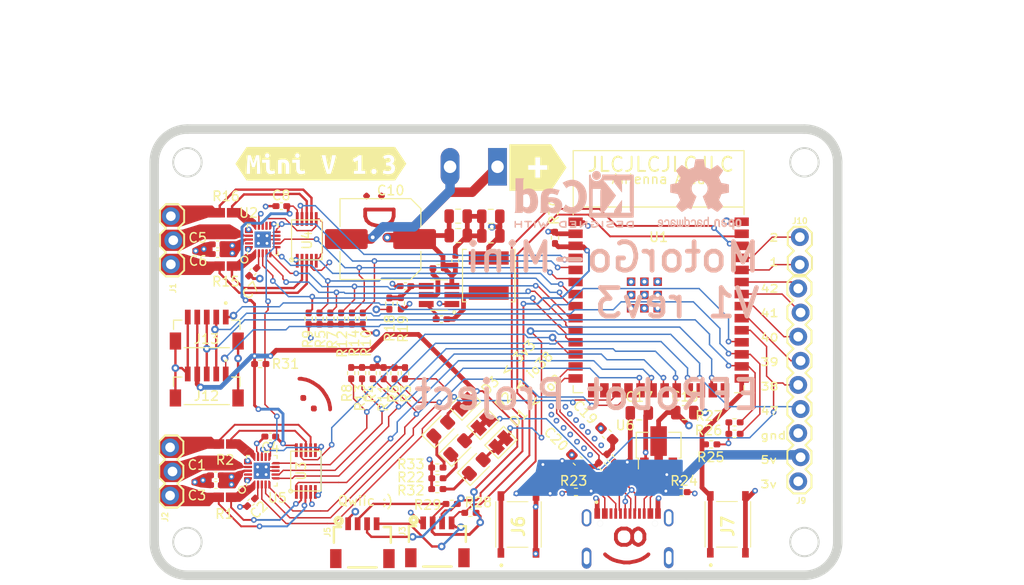
<source format=kicad_pcb>
(kicad_pcb (version 20221018) (generator pcbnew)
  (layers (0 "F.Cu" signal) (1 "In1.Cu" signal) (2 "In2.Cu" signal) (31 "B.Cu" signal) (34 "B.Paste" user) (35 "F.Paste" user) (36 "B.SilkS" user "B.Silkscreen") (37 "F.SilkS" user "F.Silkscreen") (38 "B.Mask" user) (39 "F.Mask" user) (44 "Edge.Cuts" user))
  (net 0 "")
  (net 5 "+BATT")
  (net 6 "GND")
  (net 7 "Net-(U5-VCP)")
  (net 8 "+3.3V")
  (net 9 "Net-(U2-VCP)")
  (net 10 "Net-(U2-V)")
  (net 11 "Net-(U2-W)")
  (net 12 "/motor_controls1/motor_fault_detect")
  (net 13 "Net-(U2-1.8v_out)")
  (net 14 "Net-(U2-U)")
  (net 15 "Net-(U3-in-1)")
  (net 16 "Net-(U3-in+1)")
  (net 17 "Net-(U3-ref_1)")
  (net 18 "Net-(U3-in+2)")
  (net 19 "Net-(U3-in-2)")
  (net 20 "Net-(U4-in+1)")
  (net 21 "Net-(U5-V)")
  (net 22 "/motor_controls/standby")
  (net 23 "/motor_controls/motor_fault_detect")
  (net 25 "+5V")
  (net 26 "Net-(C11-Pad2)")
  (net 27 "Net-(U7-SW)")
  (net 28 "Net-(U7-VBST)")
  (net 29 "Net-(U7-VFB)")
  (net 30 "usb_d-")
  (net 31 "usb_d+")
  (net 32 "m1_enc_cs")
  (net 33 "m2_enc_cs")
  (net 34 "m2_uh")
  (net 35 "m2_ul")
  (net 36 "m2_vh")
  (net 37 "m2_vl")
  (net 38 "m2_wh")
  (net 39 "m2_wl")
  (net 40 "m1_uh")
  (net 41 "m1_ul")
  (net 42 "m1_vh")
  (net 43 "m1_vl")
  (net 44 "m1_wh")
  (net 45 "m1_wl")
  (net 46 "Net-(U7-EN)")
  (net 47 "Net-(J11-CC1)")
  (net 48 "Net-(J11-DP1)")
  (net 49 "Net-(J11-DN1)")
  (net 51 "Net-(J11-CC2)")
  (net 52 "Net-(U1-GPIO0{slash}BOOT)")
  (net 53 "Net-(U1-EN)")
  (net 54 "m2_current_sense_u")
  (net 55 "m2_current_sense_w")
  (net 56 "Net-(J9-Pin_6)")
  (net 57 "Net-(J10-Pin_1)")
  (net 58 "Net-(J10-Pin_2)")
  (net 59 "m1_current_sense_w")
  (net 60 "m1_current_sense_u")
  (net 62 "Net-(U4-in+2)")
  (net 63 "enc_scl")
  (net 65 "enc_sda")
  (net 66 "sda")
  (net 67 "scl")
  (net 68 "gpio8")
  (net 69 "gpio38")
  (net 70 "Net-(D2-K)")
  (net 71 "Net-(D1-K)")
  (net 72 "Net-(D1-A)")
  (net 73 "Net-(D2-A)")
  (net 74 "Net-(D3-K)")
  (net 75 "Net-(D3-A)")
  (net 79 "Net-(J9-Pin_9)")
  (net 80 "Net-(J9-Pin_8)")
  (net 81 "Net-(J9-Pin_7)")
  (net 82 "gpio47")
  (footprint "mg_mini_v1r3:C_0402_1005Metric_Pad0.74x0.62mm_HandSolder" (layer "F.Cu") (at 124.702997 88.81574 -135)
    (fp_text reference "C2")
    (fp_text value "10NF-0603-50V-10%" hide)
  )
  (footprint "mg_mini_v1r3:R_0402_1005Metric_Pad0.72x0.64mm_HandSolder" (layer "F.Cu") (at 135.331749 69.463466 90)
    (fp_text reference "R14")
    (fp_text value "1K")
  )
  (footprint "mg_mini_v1r3:SolderJumper-2_P1.3mm_Bridged_Pad1.0x1.5mm" (layer "F.Cu") (at 151.025888 82.516393 45)
    (fp_text reference "JP1" hide)
    (fp_text value "SolderJumper_2_Bridged")
  )
  (footprint "mg_mini_v1r3:C_0805_2012Metric" (layer "F.Cu") (at 146.525 58.675 180)
    (fp_text reference "C13" hide)
    (fp_text value "10uF")
  )
  (footprint "mg_mini_v1r3:INA2181_VSSOP_10" (layer "F.Cu") (at 130.570599 61.1704 90)
    (fp_text reference "U4")
    (fp_text value "INA2181")
  )
  (footprint "mg_mini_v1r3:TMC6300 3x3mm" (layer "F.Cu") (at 125.9316 61.1364 90)
    (fp_text reference "U2")
    (fp_text value "TMC6300")
  )
  (footprint "mg_mini_v1r3:R_0402_1005Metric_Pad0.72x0.64mm_HandSolder" (layer "F.Cu") (at 133.052632 69.460817 90)
    (fp_text reference "R7")
    (fp_text value "1K")
  )
  (footprint "mg_mini_v1r3:C_0805_2012Metric" (layer "F.Cu") (at 170.395 79.365)
    (fp_text reference "C18")
    (fp_text value "22uF")
  )
  (footprint "mg_mini_v1r3:LED_0805_2012Metric_Pad1.15x1.40mm_HandSolder" (layer "F.Cu") (at 148.430395 85.053911 45)
    (fp_text reference "D1 < io8")
    (fp_text value "LED")
  )
  (footprint "mg_mini_v1r3:C_0805_2012Metric" (layer "F.Cu") (at 165.605001 79.405)
    (fp_text reference "C17")
    (fp_text value "10uF")
  )
  (footprint "mg_mini_v1r3:R_0402_1005Metric_Pad0.72x0.64mm_HandSolder" (layer "F.Cu") (at 161.779057 85.052672 -45)
    (fp_text reference "R20" hide)
    (fp_text value "0")
  )
  (footprint "mg_mini_v1r3:INA2181_VSSOP_10" (layer "F.Cu") (at 130.479524 85.526458 90)
    (fp_text reference "U3")
    (fp_text value "INA2181")
  )
  (footprint "mg_mini_v1r3:C_0805_2012Metric" (layer "F.Cu") (at 149.966079 60.751361 180)
    (fp_text reference "C9" hide)
    (fp_text value "22uF")
  )
  (footprint "mg_mini_v1r3:R_0402_1005Metric_Pad0.72x0.64mm_HandSolder" (layer "F.Cu") (at 173.183968 82.714817 180)
    (fp_text reference "R25")
    (fp_text value "5k1")
  )
  (footprint "mg_mini_v1r3:R_0402_1005Metric_Pad0.72x0.64mm_HandSolder" (layer "F.Cu") (at 144.46 64.162)
    (fp_text reference "R17" hide)
    (fp_text value "54.9k")
  )
  (footprint "mg_mini_v1r3:R_0402_1005Metric_Pad0.72x0.64mm_HandSolder" (layer "F.Cu") (at 144.3276 85.160104 180)
    (fp_text reference "R33")
    (fp_text value "1k")
  )
  (footprint "mg_mini_v1r3:C_0402_1005Metric_Pad0.74x0.62mm_HandSolder" (layer "F.Cu") (at 121.1844 62.664)
    (fp_text reference "C6")
    (fp_text value "10NF" hide)
  )
  (footprint "mg_mini_v1r3:LED_0805_2012Metric_Pad1.15x1.40mm_HandSolder" (layer "F.Cu") (at 144.688873 81.098995 45)
    (fp_text reference "D3 < 3v3")
    (fp_text value "LED")
  )
  (footprint "mg_mini_v1r3:L_Changjiang_FNR5020S" (layer "F.Cu") (at 149.743141 64.931128 -90)
    (fp_text reference "L1" hide)
    (fp_text value "SRP3212A-4R7M")
  )
  (footprint "mg_mini_v1r3:RESC1608X55N" (layer "F.Cu") (at 121.952301 88.288832 180)
    (fp_text reference "R1")
    (fp_text value "R_Shunt_US" hide)
  )
  (footprint "mg_mini_v1r3:R_0402_1005Metric_Pad0.72x0.64mm_HandSolder" (layer "F.Cu") (at 144.335158 86.282843 180)
    (fp_text reference "R22")
    (fp_text value "1k")
  )
  (footprint "mg_mini_v1r3:JST_BM05B-SRSS-TB_LF__SN_" (layer "F.Cu") (at 120.035 77.825 180)
    (fp_text reference "J12")
    (fp_text value "BM05B-SRSS-TB_LF__SN_")
  )
  (footprint "mg_mini_v1r3:R_0402_1005Metric_Pad0.72x0.64mm_HandSolder" (layer "F.Cu") (at 131.909969 69.464389 90)
    (fp_text reference "R5")
    (fp_text value "1K")
  )
  (footprint "mg_mini_v1r3:R_0402_1005Metric_Pad0.72x0.64mm_HandSolder" (layer "F.Cu") (at 170.044956 87.745727 180)
    (fp_text reference "R24")
    (fp_text value "5k1")
  )
  (footprint "mg_mini_v1r3:SolderJumper-2_P1.3mm_Bridged_Pad1.0x1.5mm" (layer "F.Cu") (at 147.211403 78.479487 45)
    (fp_text reference "JP3" hide)
    (fp_text value "SolderJumper_2_Bridged")
  )
  (footprint "mg_mini_v1r3:R_0402_1005Metric_Pad0.72x0.64mm_HandSolder" (layer "F.Cu") (at 162.603569 84.194141 -45)
    (fp_text reference "R21" hide)
    (fp_text value "0")
  )
  (footprint "mg_mini_v1r3:R_0402_1005Metric_Pad0.72x0.64mm_HandSolder" (layer "F.Cu") (at 140.485388 67.860515 90)
    (fp_text reference "R19")
    (fp_text value "54.9k")
  )
  (footprint "mg_mini_v1r3:1X04_1MM_RA" (layer "F.Cu") (at 136.43052 91.07568)
    (fp_text reference "J5")
    (fp_text value "I2C_STANDARDQWIIC" hide)
  )
  (footprint "mg_mini_v1r3:kibuzzard-656F59A7" (layer "F.Cu") (at 154.93 53.55 180)
    (fp_text reference "kibuzzard-656F59A7" hide)
    (fp_text value "G***" hide)
  )
  (footprint "mg_mini_v1r3:PTS526SM08SMTR2LFS" (layer "F.Cu") (at 174.934 91.138 90)
    (fp_text reference "J7")
    (fp_text value "~" hide)
  )
  (footprint "mg_mini_v1r3:C_0402_1005Metric_Pad0.74x0.62mm_HandSolder" (layer "F.Cu") (at 121.1824 61.6436 180)
    (fp_text reference "C5")
    (fp_text value "10NF-0603-50V-10%" hide)
  )
  (footprint "mg_mini_v1r3:C_0805_2012Metric" (layer "F.Cu") (at 149.956078 58.691361 180)
    (fp_text reference "C11" hide)
    (fp_text value "22uF")
  )
  (footprint "mg_mini_v1r3:R_0402_1005Metric_Pad0.72x0.64mm_HandSolder" (layer "F.Cu") (at 130.769483 69.467106 90)
    (fp_text reference "R9")
    (fp_text value "1K")
  )
  (footprint "mg_mini_v1r3:ESP32-S3-WROOM-1" (layer "F.Cu") (at 167.64 67.52)
    (fp_text reference "U1")
    (fp_text value "ESP32-S3-WROOM-1")
  )
  (footprint "mg_mini_v1r3:R_0402_1005Metric_Pad0.72x0.64mm_HandSolder" (layer "F.Cu") (at 136.472512 69.461331 90)
    (fp_text reference "R10")
    (fp_text value "1K")
  )
  (footprint "mg_mini_v1r3:R_0402_1005Metric_Pad0.72x0.64mm_HandSolder" (layer "F.Cu") (at 158.932661 87.723495)
    (fp_text reference "R23")
    (fp_text value "5k1")
  )
  (footprint "mg_mini_v1r3:kibuzzard-656F4911" (layer "F.Cu") (at 132.06 53.15)
    (fp_text reference "kibuzzard-656F4911" hide)
    (fp_text value "G***" hide)
  )
  (footprint "mg_mini_v1r3:R_0402_1005Metric_Pad0.72x0.64mm_HandSolder" (layer "F.Cu") (at 138.669287 75.214236 -90)
    (fp_text reference "R11")
    (fp_text value "1K")
  )
  (footprint "mg_mini_v1r3:R_0402_1005Metric_Pad0.72x0.64mm_HandSolder" (layer "F.Cu") (at 140.923006 75.214927 -90)
    (fp_text reference "R3")
    (fp_text value "1K")
  )
  (footprint "mg_mini_v1r3:R_0402_1005Metric_Pad0.72x0.64mm_HandSolder" (layer "F.Cu") (at 175.633036 80.395264)
    (fp_text reference "R27")
    (fp_text value "5k1")
  )
  (footprint "mg_mini_v1r3:R_0402_1005Metric_Pad0.72x0.64mm_HandSolder" (layer "F.Cu") (at 175.632364 81.603353)
    (fp_text reference "R26")
    (fp_text value "5k1")
  )
  (footprint "mg_mini_v1r3:C_0402_1005Metric_Pad0.74x0.62mm_HandSolder" (layer "F.Cu") (at 120.99839 85.977162 180)
    (fp_text reference "C1")
    (fp_text value "10NF-0603-50V-10%" hide)
  )
  (footprint "mg_mini_v1r3:C_0603_1608Metric_Pad1.08x0.95mm_HandSolder" (layer "F.Cu") (at 159.112541 84.436541 135)
    (fp_text reference "C20")
    (fp_text value "DNP")
  )
  (footprint "mg_mini_v1r3:C_0402_1005Metric_Pad0.74x0.62mm_HandSolder" (layer "F.Cu") (at 121.00319 87.000768)
    (fp_text reference "C3")
    (fp_text value "10NF" hide)
  )
  (footprint "mg_mini_v1r3:PTS526SM08SMTR2LFS" (layer "F.Cu") (at 152.874197 91.152726 90)
    (fp_text reference "J6")
    (fp_text value "~" hide)
  )
  (footprint "mg_mini_v1r3:1X03_LOCK" (layer "F.Cu") (at 116.301213 88.112054 90)
    (fp_text reference "J2")
    (fp_text value "CONN_03POLAR_LOCK" hide)
  )
  (footprint "mg_mini_v1r3:RESC1608X55N" (layer "F.Cu") (at 121.966183 82.673249 180)
    (fp_text reference "R2")
    (fp_text value "R_Shunt_US" hide)
  )
  (footprint "mg_mini_v1r3:R_0402_1005Metric_Pad0.72x0.64mm_HandSolder" (layer "F.Cu") (at 136.395397 75.206428 -90)
    (fp_text reference "R13")
    (fp_text value "1K")
  )
  (footprint "mg_mini_v1r3:SOT-23-6_Handsoldering" (layer "F.Cu") (at 144.506 66.984001 180)
    (fp_text reference "U7" hide)
    (fp_text value "TPS562208")
  )
  (footprint "mg_mini_v1r3:C_0402_1005Metric_Pad0.74x0.62mm_HandSolder" (layer "F.Cu") (at 127.898016 57.615537 180)
    (fp_text reference "C8")
    (fp_text value "0.1UF" hide)
  )
  (footprint "mg_mini_v1r3:1X04_1MM_RA" (layer "F.Cu") (at 144.332773 90.985775)
    (fp_text reference "J3")
    (fp_text value "I2C_STANDARDQWIIC" hide)
  )
  (footprint "mg_mini_v1r3:GCT_USB4520-03-0-A_REVA" (layer "F.Cu") (at 164.37 95.15)
    (fp_text reference "J11" hide)
    (fp_text value "USB4520-03-0-A_REVA")
    (fp_circle (center -2.886617 -4.101065) (end -2.586617 -4.101065) (stroke (width 0.01)) (fill none) (layer "Edge.Cuts"))
    (fp_circle (center 2.89 -4.1) (end 3.19 -4.1) (stroke (width 0.01)) (fill none) (layer "Edge.Cuts"))
  )
  (footprint "mg_mini_v1r3:1X02_LOCK" (layer "F.Cu") (at 182.515 63.6 90)
    (fp_text reference "J10")
    (fp_text value "Conn_01x02_Pin" hide)
  )
  (footprint "mg_mini_v1r3:R_0402_1005Metric_Pad0.72x0.64mm_HandSolder" (layer "F.Cu") (at 145.83765 88.987791)
    (fp_text reference "R29")
    (fp_text value "5k1")
  )
  (footprint "mg_mini_v1r3:R_0402_1005Metric_Pad0.72x0.64mm_HandSolder" (layer "F.Cu") (at 125.669969 74.246958)
    (fp_text reference "R31")
    (fp_text value "5k1")
  )
  (footprint "mg_mini_v1r3:JST_BM05B-SRSS-TB_LF__SN_" (layer "F.Cu") (at 120.03757 71.826563 180)
    (fp_text reference "J13")
    (fp_text value "BM05B-SRSS-TB_LF__SN_")
  )
  (footprint "mg_mini_v1r3:R_0402_1005Metric_Pad0.72x0.64mm_HandSolder" (layer "F.Cu") (at 156.723042 60.951969 -90)
    (fp_text reference "R30")
    (fp_text value "5k1")
  )
  (footprint "mg_mini_v1r3:RESC1608X55N" (layer "F.Cu") (at 122.042299 63.932415 180)
    (fp_text reference "R15")
    (fp_text value "R_Shunt_US" hide)
  )
  (footprint "mg_mini_v1r3:C_Elec_8x10.2" (layer "F.Cu") (at 138.335605 61.085748 180)
    (fp_text reference "C10")
    (fp_text value "220uF")
  )
  (footprint "mg_mini_v1r3:SolderJumper-2_P1.3mm_Bridged_Pad1.0x1.5mm" (layer "F.Cu") (at 149.142435 80.51573 45)
    (fp_text reference "JP2" hide)
    (fp_text value "SolderJumper_2_Bridged")
  )
  (footprint "mg_mini_v1r3:C_0603_1608Metric_Pad1.08x0.95mm_HandSolder" (layer "F.Cu") (at 162.181754 81.621328 135)
    (fp_text reference "C19")
    (fp_text value "DNP")
  )
  (footprint "mg_mini_v1r3:R_0402_1005Metric_Pad0.72x0.64mm_HandSolder" (layer "F.Cu") (at 139.819775 75.224444 -90)
    (fp_text reference "R6")
    (fp_text value "1K")
  )
  (footprint "mg_mini_v1r3:LED_0805_2012Metric_Pad1.15x1.40mm_HandSolder" (layer "F.Cu") (at 146.472836 83.056618 45)
    (fp_text reference "D2 < io38")
    (fp_text value "LED")
  )
  (footprint "mg_mini_v1r3:R_0402_1005Metric_Pad0.72x0.64mm_HandSolder" (layer "F.Cu") (at 144.326963 87.422886 180)
    (fp_text reference "R32")
    (fp_text value "1k")
  )
  (footprint "mg_mini_v1r3:C_0402_1005Metric_Pad0.74x0.62mm_HandSolder" (layer "F.Cu") (at 140.97 66.046001)
    (fp_text reference "C16" hide)
    (fp_text value ".1uF")
  )
  (footprint "mg_mini_v1r3:R_0402_1005Metric_Pad0.72x0.64mm_HandSolder" (layer "F.Cu") (at 134.19294 69.461909 90)
    (fp_text reference "R12")
    (fp_text value "1K")
  )
  (footprint "mg_mini_v1r3:C_0402_1005Metric_Pad0.74x0.62mm_HandSolder" (layer "F.Cu") (at 124.889332 64.54692 -135)
    (fp_text reference "C7")
    (fp_text value "10NF-0603-50V-10%" hide)
  )
  (footprint "mg_mini_v1r3:RESC1608X55N" (layer "F.Cu") (at 122.057923 58.313966 180)
    (fp_text reference "R16")
    (fp_text value "R_Shunt_US" hide)
  )
  (footprint "mg_mini_v1r3:C_0805_2012Metric" (layer "F.Cu") (at 146.535 60.715 180)
    (fp_text reference "C12" hide)
    (fp_text value "10uF")
  )
  (footprint "mg_mini_v1r3:TMC6300 3x3mm" (layer "F.Cu") (at 125.839938 85.494093 90)
    (fp_text reference "U5")
    (fp_text value "TMC6300")
  )
  (footprint "mg_mini_v1r3:R_0402_1005Metric_Pad0.72x0.64mm_HandSolder" (layer "F.Cu") (at 147.81175 89.929808 180)
    (fp_text reference "R28")
    (fp_text value "5k1")
  )
  (footprint "mg_mini_v1r3:1X03_LOCK" (layer "F.Cu") (at 116.384 63.754 90)
    (fp_text reference "J1")
    (fp_text value "CONN_03POLAR_LOCK" hide)
  )
  (footprint "mg_mini_v1r3:R_0402_1005Metric_Pad0.72x0.64mm_HandSolder" (layer "F.Cu") (at 135.252962 75.208475 -90)
    (fp_text reference "R8")
    (fp_text value "1K")
  )
  (footprint "mg_mini_v1r3:C_0402_1005Metric_Pad0.74x0.62mm_HandSolder" (layer "F.Cu") (at 144.772 69.528 180)
    (fp_text reference "C15" hide)
    (fp_text value ".1uF")
  )
  (footprint "mg_mini_v1r3:1X09_LOCK" (layer "F.Cu") (at 182.471 86.61 90)
    (fp_text reference "J9")
    (fp_text value "Conn_01x09_Pin" hide)
  )
  (footprint "mg_mini_v1r3:SOT-89-3" (layer "F.Cu") (at 167.640001 82.804 90)
    (fp_text reference "U6")
    (fp_text value "AZ1117C")
  )
  (footprint "mg_mini_v1r3:C_0402_1005Metric" (layer "F.Cu") (at 146.225 63.355 -90)
    (fp_text reference "C14" hide)
    (fp_text value ".1uF")
  )
  (footprint "mg_mini_v1r3:C_0402_1005Metric_Pad0.74x0.62mm_HandSolder" (layer "F.Cu") (at 126.7249 81.891401 180)
    (fp_text reference "C4")
    (fp_text value "0.1UF" hide)
  )
  (footprint "mg_mini_v1r3:R_0402_1005Metric_Pad0.72x0.64mm_HandSolder" (layer "F.Cu") (at 139.274867 67.883996 90)
    (fp_text reference "R18")
    (fp_text value "10k")
  )
  (footprint "mg_mini_v1r3:R_0402_1005Metric_Pad0.72x0.64mm_HandSolder" (layer "F.Cu") (at 137.516133 75.209531 -90)
    (fp_text reference "R4")
    (fp_text value "1K")
  )
  (footprint "mg_mini_v1r3:KiCad-Logo2_5mm_SilkScreen" (layer "B.Cu") (at 158.75 56.896 180)
    (fp_text reference "REF**" hide)
    (fp_text value "KiCad-Logo2_5mm_SilkScreen" hide)
  )
  (footprint "mg_mini_v1r3:OSHW-Logo2_9.8x8mm_SilkScreen" (layer "B.Cu") (at 171.958 56.388 180)
    (fp_text reference "REF**" hide)
    (fp_text value "OSHW-Logo2_9.8x8mm_SilkScreen" hide)
  )
  (footprint "mg_mini_v1r3:TerminalBlock_Altech_AK300-2_P5.00mm" (layer "B.Cu") (at 150.668062 53.472238 180)
    (fp_text reference "J8" hide)
    (fp_text value "~")
  )
  (gr_circle (center 124 63.25) (end 124.25 63.5) (stroke (width 0.15)) (fill none) (layer "F.SilkS"))
  (gr_circle (center 123.75 87.5) (end 124 87.75) (stroke (width 0.15)) (fill none) (layer "F.SilkS"))
  (gr_arc (start 118 96.5) (mid 115.525127 95.474874) (end 114.5 93) (stroke (width 1)) (layer "Edge.Cuts"))
  (gr_circle locked (center 183 93) (end 184.5 93) (stroke (width 0.2)) (fill none) (layer "Edge.Cuts"))
  (gr_line (start 186.5 53) (end 186.51 92.98) (stroke (width 1)) (layer "Edge.Cuts"))
  (gr_arc (start 186.51 92.98) (mid 185.479016 95.469015) (end 182.99 96.5) (stroke (width 1)) (layer "Edge.Cuts"))
  (gr_arc (start 114.5 53) (mid 115.525126 50.525127) (end 118 49.5) (stroke (width 1)) (layer "Edge.Cuts"))
  (gr_line (start 118 49.5) (end 183 49.5) (stroke (width 1)) (layer "Edge.Cuts"))
  (gr_circle locked (center 118 93) (end 119.5 93) (stroke (width 0.2)) (fill none) (layer "Edge.Cuts"))
  (gr_line (start 182.9816 96.5) (end 170.54 96.5) (stroke (width 1)) (layer "Edge.Cuts"))
  (gr_circle locked (center 118 53) (end 119.5 53) (stroke (width 0.2)) (fill none) (layer "Edge.Cuts"))
  (gr_circle locked (center 183 53) (end 184.5 53) (stroke (width 0.2)) (fill none) (layer "Edge.Cuts"))
  (gr_arc (start 183 49.5) (mid 185.474873 50.525126) (end 186.5 53) (stroke (width 1)) (layer "Edge.Cuts"))
  (gr_line (start 118 96.5) (end 170.54 96.5) (stroke (width 1)) (layer "Edge.Cuts"))
  (gr_line (start 114.5 53) (end 114.5 93) (stroke (width 1)) (layer "Edge.Cuts"))
  (gr_text "8)" (at 162.75 90.75 270) (layer "F.Cu") (effects (font (size 3 3) (thickness 0.4)) (justify left bottom)))
  (gr_text ":)" (at 131 80 45) (layer "F.Cu") (effects (font (size 3 3) (thickness 0.4)) (justify left bottom)))
  (gr_text ":D" (at 136.340001 55.57 -90) (layer "F.Cu") (effects (font (size 3 3) (thickness 0.4)) (justify left bottom)))
  (gr_text "MotorGo-Mini\nV1 rev3\n\nEFRobot Project" (at 178.562 79.248) (layer "B.SilkS") (effects (font (size 3 3) (thickness 0.5) bold) (justify left bottom mirror)))
  (gr_text "JLCJLCJLCJLC" (at 160.02 54.102) (layer "F.SilkS") (effects (font (size 1.5 1.5) (thickness 0.2) bold) (justify left bottom)))
  (gr_text "42\n\n41\n\n40\n\n39\n\n38\n\n47\n\ngnd\n\n5v\n\n3v" (at 178.274433 87.392584) (layer "F.SilkS") (effects (font (size 0.8 1) (thickness 0.15) bold) (justify left bottom)))
  (gr_text "Qwiic ;)" (at 133.75 89.25) (layer "F.SilkS") (effects (font (size 1 1)) (justify left bottom)))
  (gr_text "2\n\n1" (at 179.210245 63.988338) (layer "F.SilkS") (effects (font (size 0.8 1) (thickness 0.15) bold) (justify left bottom)))
  (segment (start 143.105748 61.085748) (end 144.92 62.9) (width 0.5) (layer "F.Cu") (net 5))
  (segment (start 147.988062 56.152238) (end 145.507762 56.152238) (width 1) (layer "F.Cu") (net 5))
  (segment (start 150.668062 53.472238) (end 147.988062 56.152238) (width 1) (layer "F.Cu") (net 5))
  (segment (start 145.575 60.705) (end 145.585 60.715) (width 0.5) (layer "F.Cu") (net 5))
  (segment (start 123.535134 89.300134) (end 123.579618 89.25565) (width 0.3) (layer "F.Cu") (net 5))
  (segment (start 124.588049 64.898049) (end 124.588049 64.848203) (width 0.25) (layer "F.Cu") (net 5))
  (segment (start 124.94 65.25) (end 124.588049 64.898049) (width 0.3) (layer "F.Cu") (net 5))
  (segment (start 141.5 60.93) (end 141.655748 61.085748) (width 0.5) (layer "F.Cu") (net 5))
  (segment (start 146.225 64.5915) (end 145.856 64.9605) (width 0.5) (layer "F.Cu") (net 5))
  (segment (start 145.0575 64.162) (end 145.856 64.9605) (width 0.5) (layer "F.Cu") (net 5))
  (segment (start 141.935605 61.085748) (end 143.105748 61.085748) (width 0.5) (layer "F.Cu") (net 5))
  (segment (start 145.1095 63.835) (end 144.92 64.0245) (width 0.5) (layer "F.Cu") (net 5))
  (segment (start 125.6245 65.25) (end 124.94 65.25) (width 0.3) (layer "F.Cu") (net 5))
  (segment (start 146.225 63.835) (end 145.1095 63.835) (width 0.5) (layer "F.Cu") (net 5))
  (segment (start 142.306353 60.715) (end 141.935605 61.085748) (width 0.5) (layer "F.Cu") (net 5))
  (segment (start 145.507762 56.152238) (end 141.935605 59.724395) (width 1) (layer "F.Cu") (net 5))
  (segment (start 124.498051 89.25565) (end 124.498051 89.205804) (width 0.25) (layer "F.Cu") (net 5))
  (segment (start 146.225 63.835) (end 146.225 64.5915) (width 0.5) (layer "F.Cu") (net 5))
  (segment (start 141.935605 59.724395) (end 141.935605 61.085748) (width 1) (layer "F.Cu") (net 5))
  (segment (start 144.92 64.0245) (end 145.0575 64.162) (width 0.5) (layer "F.Cu") (net 5))
  (segment (start 123.579618 89.25565) (end 124.498051 89.25565) (width 0.3) (layer "F.Cu") (net 5))
  (segment (start 145.575 58.675) (end 145.575 60.705) (width 0.5) (layer "F.Cu") (net 5))
  (segment (start 141.655748 61.085748) (end 141.935605 61.085748) (width 0.5) (layer "F.Cu") (net 5))
  (segment (start 145.585 60.715) (end 142.306353 60.715) (width 0.5) (layer "F.Cu") (net 5))
  (segment (start 139.05 60.93) (end 141.5 60.93) (width 1) (layer "F.Cu") (net 5))
  (segment (start 145.856 64.9605) (end 145.856 66.034001) (width 0.5) (layer "F.Cu") (net 5))
  (segment (start 144.92 62.9) (end 144.92 64.0245) (width 0.5) (layer "F.Cu") (net 5))
  (via (at 122.642802 86.943201) (size 0.6) (drill 0.3) (layers "F.Cu" "B.Cu") (net 5))
  (via (at 125.6245 65.25) (size 0.8) (drill 0.4) (layers "F.Cu" "B.Cu") (net 5))
  (via (at 139.05 60.93) (size 0.8) (drill 0.4) (layers "F.Cu" "B.Cu") (net 5))
  (via (at 123.535134 89.300134) (size 0.6) (drill 0.3) (layers "F.Cu" "B.Cu") (net 5))
  (via (at 122.7328 62.5856) (size 0.6) (drill 0.3) (layers "F.Cu" "B.Cu") (net 5))
  (via (at 122.7328 61.7728) (size 0.6) (drill 0.3) (layers "F.Cu" "B.Cu") (net 5))
  (via (at 122.642802 86.130401) (size 0.6) (drill 0.3) (layers "F.Cu" "B.Cu") (net 5))
  (segment (start 130.769483 70.064606) (end 130.775258 70.058831) (width 0.2) (layer "F.Cu") (net 6))
  (segment (start 142.7734 90.932) (end 142.556 90.932) (width 0.3) (layer "F.Cu") (net 6))
  (segment (start 132.95694 63.54306) (end 132.1286 64.3714) (width 0.152) (layer "F.Cu") (net 6))
  (segment (start 176.784 88.616) (end 177.8 87.6) (width 0.5) (layer "F.Cu") (net 6))
  (segment (start 137.338617 61.085748) (end 134.735605 61.085748) (width 1) (layer "F.Cu") (net 6))
  (segment (start 130.775258 70.058831) (end 136.472512 70.058831) (width 0.3) (layer "F.Cu") (net 6))
  (segment (start 161.17 88.526) (end 161.036 88.392) (width 0.3) (layer "F.Cu") (net 6))
  (segment (start 159.76 59.26) (end 158.89 59.26) (width 0.3) (layer "F.Cu") (net 6))
  (segment (start 116.735 74.676) (end 117.411 74.676) (width 0.25) (layer "F.Cu") (net 6))
  (segment (start 167.57 89.77) (end 167.57 88.462) (width 0.5) (layer "F.Cu") (net 6))
  (segment (start 134.93192 90.559383) (end 135.689493 89.80181) (width 0.25) (layer "F.Cu") (net 6))
  (segment (start 137.516133 74.612031) (end 137.637969 74.612031) (width 0.3) (layer "F.Cu") (net 6))
  (segment (start 172.505 79.365) (end 172.53 79.34) (width 0.5) (layer "F.Cu") (net 6))
  (segment (start 116.735 74.676) (end 116.735 77.825) (width 0.25) (layer "F.Cu") (net 6))
  (segment (start 171.45 87.884) (end 171.311727 87.745727) (width 0.152) (layer "F.Cu") (net 6))
  (segment (start 138 73.75) (end 138 74.25) (width 0.3) (layer "F.Cu") (net 6))
  (segment (start 171.311727 87.745727) (end 170.642456 87.745727) (width 0.152) (layer "F.Cu") (net 6))
  (segment (start 117.411 74.676) (end 118.035 75.3) (width 0.25) (layer "F.Cu") (net 6))
  (segment (start 138 74.25) (end 138 74.128164) (width 0.3) (layer "F.Cu") (net 6))
  (segment (start 123.33757 77.82243) (end 123.335 77.825) (width 0.25) (layer "F.Cu") (net 6))
  (segment (start 138 74.128164) (end 138 73.75) (width 0.3) (layer "F.Cu") (net 6))
  (segment (start 125.301405 82.61876) (end 125.301405 83.451778) (width 0.152) (layer "F.Cu") (net 6))
  (segment (start 125.5316 59.6864) (end 125.5316 58.6184) (width 0.152) (layer "F.Cu") (net 6))
  (segment (start 174.8 59.2) (end 176.33 59.2) (width 0.3) (layer "F.Cu") (net 6))
  (segment (start 171.345 79.365) (end 172.505 79.365) (width 0.5) (layer "F.Cu") (net 6))
  (segment (start 118.03757 75.29743) (end 118.035 75.3) (width 0.25) (layer "F.Cu") (net 6))
  (segment (start 144.55998 67.8755) (end 144.618481 67.934001) (width 0.2) (layer "F.Cu") (net 6))
  (segment (start 136.5 70.086319) (end 136.5 70.5) (width 0.3) (layer "F.Cu") (net 6))
  (segment (start 125.5316 58.6184) (end 125.73 58.42) (width 0.152) (layer "F.Cu") (net 6))
  (segment (start 166.274001 79.686) (end 166.274001 83.5636) (width 0.5) (layer "F.Cu") (net 6))
  (segment (start 176.784 94.138) (end 176.784 88.616) (width 0.5) (layer "F.Cu") (net 6))
  (segment (start 137.637969 74.612031) (end 138 74.25) (width 0.3) (layer "F.Cu") (net 6))
  (segment (start 134.93192 91.07568) (end 134.93192 90.559383) (width 0.25) (layer "F.Cu") (net 6))
  (segment (start 176.33 59.2) (end 176.39 59.26) (width 0.3) (layer "F.Cu") (net 6))
  (segment (start 144.618481 67.934001) (end 145.856 67.934001) (width 0.2) (layer "F.Cu") (net 6))
  (segment (start 130.980601 88.879401) (end 130.980601 87.728001) (width 0.152) (layer "F.Cu") (net 6))
  (segment (start 125.430041 82.61876) (end 126.1574 81.891401) (width 0.25) (layer "F.Cu") (net 6))
  (segment (start 132.1286 64.3714) (end 131.32385 64.3714) (width 0.152) (layer "F.Cu") (net 6))
  (segment (start 154.724197 94.152726) (end 154.686 94.234) (width 0.5) (layer "F.Cu") (net 6))
  (segment (start 137.52 60.904365) (end 137.338617 61.085748) (width 0.5) (layer "F.Cu") (net 6))
  (segment (start 126.539938 85.094093) (end 126.389938 84.944093) (width 0.152) (layer "F.Cu") (net 6))
  (segment (start 166.555001 79.405) (end 166.274001 79.686) (width 0.5) (layer "F.Cu") (net 6))
  (segment (start 126.6316 60.7364) (end 126.4816 60.5864) (width 0.152) (layer "F.Cu") (net 6))
  (segment (start 143.729463 84.529463) (end 143.5 84.3) (width 0.3) (layer "F.Cu") (net 6))
  (segment (start 154.724197 89.261803) (end 154.724197 88.152726) (width 0.5) (layer "F.Cu") (net 6))
  (segment (start 137.9 68.5) (end 139.256363 68.5) (width 0.152) (layer "F.Cu") (net 6))
  (segment (start 116.73757 74.67343) (end 116.73757 71.826563) (width 0.25) (layer "F.Cu") (net 6))
  (segment (start 140.916553 74.610976) (end 138 74.610975) (width 0.3) (layer "F.Cu") (net 6))
  (segment (start 167.57 88.462) (end 167.64 88.392) (width 0.3) (layer "F.Cu") (net 6))
  (segment (start 127.289938 85.094093) (end 126.539938 85.094093) (width 0.152) (layer "F.Cu") (net 6))
  (segment (start 138 74.25) (end 138.25 74.5) (width 0.3) (layer "F.Cu") (net 6))
  (segment (start 136.9755 70.9755) (end 137.9 70.9755) (width 0.3) (layer "F.Cu") (net 6))
  (segment (start 127.330516 57.615537) (end 126.280463 57.615537) (width 0.25) (layer "F.Cu") (net 6))
  (segment (start 116.735 74.676) (end 116.73757 74.67343) (width 0.25) (layer "F.Cu") (net 6))
  (segment (start 160.2 59.7) (end 159.76 59.26) (width 0.3) (layer "F.Cu") (net 6))
  (segment (start 125.301405 82.61876) (end 125.430041 82.61876) (width 0.25) (layer "F.Cu") (net 6))
  (segment (start 161.17 89.77) (end 161.17 88.526) (width 0.5) (layer "F.Cu") (net 6))
  (segment (start 127.289938 85.494093) (end 125.839938 85.494093) (width 0.152) (layer "F.Cu") (net 6))
  (segment (start 131.32385 64.3714) (end 131.070599 64.118149) (width 0.152) (layer "F.Cu") (net 6))
  (segment (start 131.1148 89.0136) (end 130.980601 88.879401) (width 0.152) (layer "F.Cu") (net 6))
  (segment (start 157.48 87.884) (end 157.640505 87.723495) (width 0.152) (layer "F.Cu") (net 6))
  (segment (start 126.280463 57.615537) (end 126.238 57.658) (width 0.25) (layer "F.Cu") (net 6))
  (segment (start 154.686 89.3) (end 154.724197 89.261803) (width 0.5) (layer "F.Cu") (net 6))
  (segment (start 143.819499 87.431) (end 143.819 87.431) (width 0.2) (layer "F.Cu") (net 6))
  (segment (start 142.556 90.932) (end 141.524 89.9) (width 0.3) (layer "F.Cu") (net 6))
  (segment (start 138 74.610975) (end 138 74.25) (width 0.3) (layer "F.Cu") (net 6))
  (segment (start 143.729463 87.422886) (end 143.729463 84.529463) (width 0.3) (layer "F.Cu") (net 6))
  (segment (start 127.3816 60.7364) (end 126.6316 60.7364) (width 0.152) (layer "F.Cu") (net 6))
  (segment (start 130.769483 71.269483) (end 131 71.5) (width 0.2) (layer "F.Cu") (net 6))
  (segment (start 124.4916 62.0984) (end 124.4016 62.1884) (width 0.152) (layer "F.Cu") (net 6))
  (segment (start 166.274001 84.62) (end 166.140001 84.754) (width 0.3) (layer "F.Cu") (net 6))
  (segment (start 118.03757 69.301563) (end 118.03757 75.29743) (width 0.25) (layer "F.Cu") (net 6))
  (segment (start 143.819 87.431) (end 143.764 87.376) (width 0.2) (layer "F.Cu") (net 6))
  (segment (start 130.769483 70.064606) (end 130.769483 71.269483) (width 0.2) (layer "F.Cu") (net 6))
  (segment (start 136.472512 70.058831) (end 136.5 70.086319) (width 0.3) (layer "F.Cu") (net 6))
  (segment (start 166.274001 83.5636) (end 166.274001 84.62) (width 0.3) (layer "F.Cu") (net 6))
  (segment (start 131.070599 64.118149) (end 131.070599 63.3704) (width 0.152) (layer "F.Cu") (net 6))
  (segment (start 136.5 70.5) (end 136.9755 70.9755) (width 0.3) (layer "F.Cu") (net 6))
  (segment (start 139.218504 68.481496) (end 139.274867 68.481496) (width 0.2) (layer "F.Cu") (net 6))
  (segment (start 157.640505 87.723495) (end 158.335161 87.723495) (width 0.152) (layer "F.Cu") (net 6))
  (segment (start 125.301405 83.451778) (end 125.441602 83.591975) (width 0.152) (layer "F.Cu") (net 6))
  (segment (start 123.33757 71.826563) (end 123.33757 77.82243) (width 0.25) (layer "F.Cu") (net 6))
  (segment (start 125.441602 83.591975) (end 125.441602 84.044001) (width 0.152) (layer "F.Cu") (net 6))
  (segment (start 124.401602 86.456001) (end 124.311602 86.546001) (width 0.152) (layer "F.Cu") (net 6))
  (segment (start 139.256363 68.5) (end 139.274867 68.481496) (width 0.152) (layer "F.Cu") (net 6))
  (segment (start 138 74.610975) (end 135.252962 74.610975) (width 0.3) (layer "F.Cu") (net 6))
  (segment (start 154.686 94.234) (end 154.686 89.3) (width 0.5) (layer "F.Cu") (net 6))
  (segment (start 127.3816 61.1364) (end 125.9316 61.1364) (width 0.152) (layer "F.Cu") (net 6))
  (via (at 161.544 81.026) (size 0.6) (drill 0.3) (layers "F.Cu" "B.Cu") (net 6))
  (via (at 158.32806 81.67194) (size 0.6) (drill 0.3) (layers "F.Cu" "B.Cu") (net 6))
  (via (at 166.274001 83.5636) (size 0.6) (drill 0.3) (layers "F.Cu" "B.Cu") (net 6))
  (via (at 164.74 66.98) (size 0.8) (drill 0.4) (layers "F.Cu" "B.Cu") (net 6))
  (via (at 118.782002 86.689201) (size 0.6) (drill 0.3) (layers "F.Cu" "B.Cu") (net 6))
  (via (at 154.686 94.234) (size 0.6) (drill 0.3) (layers "F.Cu" "B.Cu") (net 6))
  (via (at 164.74 68.38) (size 0.8) (drill 0.4) (layers "F.Cu" "B.Cu") (net 6))
  (via (at 161.590842 82.809158) (size 0.6) (drill 0.3) (layers "F.Cu" "B.Cu") (net 6))
  (via (at 124.4016 62.1884) (size 0.6) (drill 0.3) (layers "F.Cu" "B.Cu") (net 6))
  (via (at 116.735 74.676) (size 0.8) (drill 0.4) (layers "F.Cu" "B.Cu") (net 6))
  (via (at 157.62806 80.97194) (size 0.6) (drill 0.3) (layers "F.Cu" "B.Cu") (net 6))
  (via (at 159.044166 82.433634) (size 0.6) (drill 0.3) (layers "F.Cu" "B.Cu") (net 6))
  (via (at 166.14 65.58) (size 0.8) (drill 0.4) (layers "F.Cu" "B.Cu") (net 6))
  (via (at 159.590842 80.809158) (size 0.6) (drill 0.3) (layers "F.Cu" "B.Cu") (net 6))
  (via (at 123.33757 73.66) (size 0.8) (drill 0.4) (layers "F.Cu" "B.Cu") (net 6))
  (via (at 171.45 87.884) (size 0.6) (drill 0.3) (layers "F.Cu" "B.Cu") (net 6))
  (via (at 135.689493 89.80181) (size 0.8) (drill 0.4) (layers "F.Cu" "B.Cu") (net 6))
  (via (at 159.77806 83.12194) (size 0.6) (drill 0.3) (layers "F.Cu" "B.Cu") (net 6))
  (via (at 166.14 68.38) (size 0.8) (drill 0.4) (layers "F.Cu" "B.Cu") (net 6))
  (via (at 177.8 87.6) (size 0.6) (drill 0.3) (layers "F.Cu" "B.Cu") (net 6))
  (via (at 157.48 87.884) (size 0.6) (drill 0.3) (layers "F.Cu" "B.Cu") (net 6))
  (via (at 131 71.5) (size 0.6) (drill 0.3) (layers "F.Cu" "B.Cu") (net 6))
  (via (at 137.52 60.904365) (size 0.8) (drill 0.4) (layers "F.Cu" "B.Cu") (net 6))
  (via (at 132.95694 63.54306) (size 0.6) (drill 0.3) (layers "F.Cu" "B.Cu") (net 6))
  (via (at 157.8255 78.75) (size 0.6) (drill 0.3) (layers "F.Cu" "B.Cu") (net 6))
  (via (at 124.351602 84.426001) (size 0.6) (drill 0.3) (layers "F.Cu" "B.Cu") (net 6))
  (via (at 164.735137 65.597355) (size 0.8) (drill 0.4) (layers "F.Cu" "B.Cu") (net 6))
  (via (at 156.87806 80.22194) (size 0.6) (drill 0.3) (layers "F.Cu" "B.Cu") (net 6))
  (via (at 137.9 70.9755) (size 0.8) (drill 0.4) (layers "F.Cu" "B.Cu") (net 6))
  (via (at 166.14 66.98) (size 0.8) (drill 0.4) (layers "F.Cu" "B.Cu") (net 6))
  (via (at 143.5 84.3) (size 0.6) (drill 0.3) (layers "F.Cu" "B.Cu") (net 6))
  (via (at 160.419981 83.809449) (size 0.6) (drill 0.3) (layers "F.Cu" "B.Cu") (net 6))
  (via (at 167.54 66.98) (size 0.8) (drill 0.4) (layers "F.Cu" "B.Cu") (net 6))
  (via (at 156.342637 79.578908) (size 0.6) (drill 0.3) (layers "F.Cu" "B.Cu") (net 6))
  (via (at 167.54 68.38) (size 0.8) (drill 0.4) (layers "F.Cu" "B.Cu") (net 6))
  (via (at 174.8 59.2) (size 0.8) (drill 0.4) (layers "F.Cu" "B.Cu") (net 6))
  (via (at 141.524 89.9) (size 0.6) (drill 0.3) (layers "F.Cu" "B.Cu") (net 6))
  (via (at 119.727546 62.136006) (size 0.6) (drill 0.3) (layers "F.Cu" "B.Cu") (net 6))
  (via (at 138 73.75) (size 0.8) (drill 0.4) (layers "F.Cu" "B.Cu") (net 6))
  (via (at 158.496 83.82) (size 0.6) (drill 0.3) (layers "F.Cu" "B.Cu") (net 6))
  (via (at 124.311602 86.546001) (size 0.6) (drill 0.3) (layers "F.Cu" "B.Cu") (net 6))
  (via (at 124.4416 60.0684) (size 0.6) (drill 0.3) (layers "F.Cu" "B.Cu") (net 6))
  (via (at 125.301405 82.61876) (size 0.6) (drill 0.3) (layers "F.Cu" "B.Cu") (net 6))
  (via (at 160.890842 82.109158) (size 0.6) (drill 0.3) (layers "F.Cu" "B.Cu") (net 6))
  (via (at 118.872 62.3316) (size 0.6) (drill 0.3) (layers "F.Cu" "B.Cu") (net 6))
  (via (at 161.036 88.392) (size 0.6) (drill 0.3) (layers "F.Cu" "B.Cu") (net 6))
  (via (at 144.55998 67.8755) (size 0.6) (drill 0.3) (layers "F.Cu" "B.Cu") (net 6))
  (via (at 167.54 65.58) (size 0.8) (drill 0.4) (layers "F.Cu" "B.Cu") (net 6))
  (via (at 126.238 57.658) (size 0.6) (drill 0.3) (layers "F.Cu" "B.Cu") (net 6))
  (via (at 158.283364 79.501678) (size 0.6) (drill 0.3) (layers "F.Cu" "B.Cu") (net 6))
  (via (at 167.64 88.392) (size 0.6) (drill 0.3) (layers "F.Cu" "B.Cu") (net 6))
  (via (at 160.2 59.7) (size 0.6) (drill 0.3) (layers "F.Cu" "B.Cu") (net 6))
  (via (at 172.53 79.34) (size 0.8) (drill 0.4) (layers "F.Cu" "B.Cu") (net 6))
  (via (at 131.1148 89.0136) (size 0.6) (drill 0.3) (layers "F.Cu" "B.Cu") (net 6))
  (via (at 119.637548 86.493607) (size 0.6) (drill 0.3) (layers "F.Cu" "B.Cu") (net 6))
  (via (at 156.3225 78.680558) (size 0.6) (drill 0.3) (layers "F.Cu" "B.Cu") (net 6))
  (via (at 125.73 58.42) (size 0.6) (drill 0.3) (layers "F.Cu" "B.Cu") (net 6))
  (via (at 137.9 68.5) (size 0.8) (drill 0.4) (layers "F.Cu" "B.Cu") (net 6))
  (via (at 158.940842 80.159158) (size 0.6) (drill 0.3) (layers "F.Cu" "B.Cu") (net 6))
  (via (at 160.190842 81.409158) (size 0.6) (drill 0.3) (layers "F.Cu" "B.Cu") (net 6))
  (via (at 154.686 89.3) (size 0.6) (drill 0.3) (layers "F.Cu" "B.Cu") (net 6))
  (segment (start 137.52 60.904365) (end 138.624365 59.8) (width 1) (layer "B.Cu") (net 6))
  (segment (start 145.668062 55.981938) (end 145.668062 53.472238) (width 1) (layer "B.Cu") (net 6))
  (segment (start 141.85 59.8) (end 145.668062 55.981938) (width 1) (layer "B.Cu") (net 6))
  (segment (start 138.624365 59.8) (end 141.85 59.8) (width 1) (layer "B.Cu") (net 6))
  (segment (start 125.409202 86.976401) (end 125.441602 86.944001) (width 0.152) (layer "F.Cu") (net 7))
  (segment (start 125.409202 88.281701) (end 125.409202 86.976401) (width 0.152) (layer "F.Cu") (net 7))
  (segment (start 169.445 79.365) (end 169.465 79.365) (width 0.5) (layer "F.Cu") (net 8))
  (segment (start 135.93268 90.63532) (end 137.580209 88.987791) (width 0.25) (layer "F.Cu") (net 8))
  (segment (start 152.75 82.962) (end 148.185362 87.526638) (width 0.2) (layer "F.Cu") (net 8))
  (segment (start 127.352 72.8) (end 137.3 72.8) (width 0.5) (layer "F.Cu") (net 8))
  (segment (start 147.671022 78.019868) (end 147.532132 78.158758) (width 0.3) (layer "F.Cu") (net 8))
  (segment (start 125.072469 70.466969) (end 125.072469 73.406) (width 0.3) (layer "F.Cu") (net 8))
  (segment (start 148.5 77.1) (end 149.1 77.1) (width 0.2) (layer "F.Cu") (net 8))
  (segment (start 156.668573 60.3) (end 156.898573 60.53) (width 0.5) (layer "F.Cu") (net 8))
  (segment (start 147.532132 78.158758) (end 147.532132 78.273868) (width 0.3) (layer "F.Cu") (net 8))
  (segment (start 129.286 82.816) (end 128.27104 82.816) (width 0.152) (layer "F.Cu") (net 8))
  (segment (start 128.778 58.42) (end 128.617917 58.259917) (width 0.3) (layer "F.Cu") (net 8))
  (segment (start 148.3 77.1) (end 148.5 77.1) (width 0.5) (layer "F.Cu") (net 8))
  (segment (start 119.035 76.363) (end 119.035 75.3) (width 0.5) (layer "F.Cu") (net 8))
  (segment (start 156 60.3) (end 156.668573 60.3) (width 0.5) (layer "F.Cu") (net 8))
  (segment (start 169.465 79.365) (end 170.83 80.73) (width 0.5) (layer "F.Cu") (net 8))
  (segment (start 175.035536 81.665264) (end 175.035536 81.563536) (width 0.2) (layer "F.Cu") (net 8))
  (segment (start 175.006 81.534) (end 175.035536 81.504464) (width 0.2) (layer "F.Cu") (net 8))
  (segment (start 175.035536 81.563536) (end 175.006 81.534) (width 0.2) (layer "F.Cu") (net 8))
  (segment (start 175.035536 81.504464) (end 175.035536 80.588025) (width 0.2) (layer "F.Cu") (net 8))
  (segment (start 128.071231 82.616191) (end 128.002571 82.616191) (width 0.3) (layer "F.Cu") (net 8))
  (segment (start 137.3 72.8) (end 138.968 71.132) (width 0.5) (layer "F.Cu") (net 8))
  (segment (start 125.072469 78.602469) (end 125.476 79.006) (width 0.3) (layer "F.Cu") (net 8))
  (segment (start 129.480601 83.328001) (end 129.480601 83.010601) (width 0.152) (layer "F.Cu") (net 8))
  (segment (start 129.480601 83.010601) (end 129.286 82.816) (width 0.152) (layer "F.Cu") (net 8))
  (segment (start 152.75 80.75) (end 152.75 82.962) (width 0.2) (layer "F.Cu") (net 8))
  (segment (start 167.640001 80.239999) (end 167.640001 84.6665) (width 0.5) (layer "F.Cu") (net 8))
  (segment (start 128.27104 82.816) (end 128.071231 82.616191) (width 0.152) (layer "F.Cu") (net 8))
  (segment (start 125.072469 73.406) (end 125.072469 78.602469) (width 0.3) (layer "F.Cu") (net 8))
  (segment (start 129.570599 58.044199) (end 129.570599 58.9704) (width 0.152) (layer "F.Cu") (net 8))
  (segment (start 149.1 77.1) (end 152.75 80.75) (width 0.2) (layer "F.Cu") (net 8))
  (segment (start 148.5 77.1) (end 148.29756 76.89756) (width 0.152) (layer "F.Cu") (net 8))
  (segment (start 135.93268 91.07568) (end 135.93268 90.63532) (width 0.25) (layer "F.Cu") (net 8))
  (segment (start 156.668573 60.3) (end 156.723042 60.354469) (width 0.5) (layer "F.Cu") (net 8))
  (segment (start 148.844 90.932) (end 148.844 90.364558) (width 0.2) (layer "F.Cu") (net 8))
  (segment (start 144.06979 92.202) (end 143.77416 91.90637) (width 0.3) (layer "F.Cu") (net 8))
  (segment (start 175 81.7008) (end 175.035536 81.665264) (width 0.2) (layer "F.Cu") (net 8))
  (segment (start 148.5 77.1) (end 147.671022 77.928978) (width 0.3) (layer "F.Cu") (net 8))
  (segment (start 175.035536 80.588025) (end 175.034864 80.587353) (width 0.2) (layer "F.Cu") (net 8))
  (segment (start 128.002571 82.616191) (end 127.511919 82.125539) (width 0.3) (layer "F.Cu") (net 8))
  (segment (start 125.072469 67.926969) (end 125.072469 70.466969) (width 0.3) (layer "F.Cu") (net 8))
  (segment (start 143.77416 91.90637) (end 143.77416 90.932) (width 0.3) (layer "F.Cu") (net 8))
  (segment (start 142.332 71.132) (end 148.3 77.1) (width 0.5) (layer "F.Cu") (net 8))
  (segment (start 143.77416 90.932) (end 143.77416 90.453781) (width 0.2) (layer "F.Cu") (net 8))
  (segment (start 138.968 71.132) (end 142.332 71.132) (width 0.5) (layer "F.Cu") (net 8))
  (segment (start 119.03757 69.301563) (end 119.03757 75.29743) (width 0.25) (layer "F.Cu") (net 8))
  (segment (start 119.03757 75.29743) (end 119.035 75.3) (width 0.25) (layer "F.Cu") (net 8))
  (segment (start 173.781468 82.714817) (end 174.885183 82.714817) (width 0.2) (layer "F.Cu") (net 8))
  (segment (start 137.580209 88.987791) (end 145.24015 88.987791) (width 0.25) (layer "F.Cu") (net 8))
  (segment (start 143.77416 90.453781) (end 145.24015 88.987791) (width 0.2) (layer "F.Cu") (net 8))
  (segment (start 169.445 79.365) (end 168.515 79.365) (width 0.5) (layer "F.Cu") (net 8))
  (segment (start 148.5 77.1) (end 148.5 77.00844) (width 0.152) (layer "F.Cu") (net 8))
  (segment (start 119.38 76.708) (end 119.035 76.363) (width 0.5) (layer "F.Cu") (net 8))
  (segment (start 128.465516 57.615537) (end 129.141937 57.615537) (width 0.152) (layer "F.Cu") (net 8))
  (segment (start 128.617917 58.259917) (end 128.617917 57.767938) (width 0.3) (layer "F.Cu") (net 8))
  (segment (start 148.844 90.288358) (end 148.844 91.078229) (width 0.3) (layer "F.Cu") (net 8))
  (segment (start 168.515 79.365) (end 168.28 79.6) (width 0.5) (layer "F.Cu") (net 8))
  (segment (start 129.141937 57.615537) (end 129.570599 58.044199) (width 0.152) (layer "F.Cu") (net 8))
  (segment (start 168.28 79.6) (end 167.640001 80.239999) (width 0.5) (layer "F.Cu") (net 8))
  (segment (start 174.885183 82.714817) (end 175 82.6) (width 0.2) (layer "F.Cu") (net 8))
  (segment (start 148.185362 87.526638) (end 148.185362 87.725395) (width 0.2) (layer "F.Cu") (net 8))
  (segment (start 147.671022 77.928978) (end 147.671022 78.019868) (width 0.3) (layer "F.Cu") (net 8))
  (segment (start 147.720229 92.202) (end 144.06979 92.202) (width 0.3) (layer "F.Cu") (net 8))
  (segment (start 156.898573 60.53) (end 158.89 60.53) (width 0.5) (layer "F.Cu") (net 8))
  (segment (start 126.746 73.406) (end 127.352 72.8) (width 0.5) (layer "F.Cu") (net 8))
  (segment (start 148.844 91.078229) (end 147.720229 92.202) (width 0.3) (layer "F.Cu") (net 8))
  (segment (start 124.6841 67.5386) (end 125.072469 67.926969) (width 0.3) (layer "F.Cu") (net 8))
  (segment (start 175 82.6) (end 175 81.7008) (width 0.2) (layer "F.Cu") (net 8))
  (segment (start 148.38385 89.828208) (end 148.844 90.288358) (width 0.3) (layer "F.Cu") (net 8))
  (segment (start 124.1298 67.5386) (end 124.6841 67.5386) (width 0.3) (layer "F.Cu") (net 8))
  (segment (start 148.844 90.364558) (end 148.40925 89.929808) (width 0.2) (layer "F.Cu") (net 8))
  (via (at 148.185362 87.725395) (size 0.8) (drill 0.4) (layers "F.Cu" "B.Cu") (net 8))
  (via (at 148.844 90.932) (size 0.8) (drill 0.4) (layers "F.Cu" "B.Cu") (net 8))
  (via (at 156 60.3) (size 0.6) (drill 0.3) (layers "F.Cu" "B.Cu") (net 8))
  (via (at 125.476 79.006) (size 0.6) (drill 0.3) (layers "F.Cu" "B.Cu") (net 8))
  (via (at 148.5 77.1) (size 0.6) (drill 0.3) (layers "F.Cu" "B.Cu") (net 8))
  (via (at 119.38 76.708) (size 0.8) (drill 0.4) (layers "F.Cu" "B.Cu") (net 8))
  (via (at 175 82.6) (size 0.6) (drill 0.3) (layers "F.Cu" "B.Cu") (net 8))
  (via (at 125.072469 73.406) (size 0.6) (drill 0.3) (layers "F.Cu" "B.Cu") (net 8))
  (via (at 128.778 58.42) (size 0.6) (drill 0.3) (layers "F.Cu" "B.Cu") (net 8))
  (via (at 128.071231 82.616191) (size 0.6) (drill 0.3) (layers "F.Cu" "B.Cu") (net 8))
  (via (at 126.746 73.406) (size 0.6) (drill 0.3) (layers "F.Cu" "B.Cu") (net 8))
  (via (at 170.83 80.73) (size 0.8) (drill 0.4) (layers "F.Cu" "B.Cu") (net 8))
  (via (at 124.1298 67.5386) (size 0.6) (drill 0.3) (layers "F.Cu" "B.Cu") (net 8))
  (segment (start 124.1298 67.5386) (end 123.7516 67.1604) (width 0.3) (layer "B.Cu") (net 8))
  (segment (start 148.336 89.916) (end 148.844 90.424) (width 0.2) (layer "B.Cu") (net 8))
  (segment (start 125.792261 59.4184) (end 126.790661 58.42) (width 0.3) (layer "B.Cu") (net 8))
  (segment (start 148.185362 87.725395) (end 148.185362 89.765362) (width 0.2) (layer "B.Cu") (net 8))
  (segment (start 128.071231 79.493261) (end 128.071231 82.616191) (width 0.3) (layer "B.Cu") (net 8))
  (segment (start 121.491652 76.708) (end 119.38 76.708) (width 0.5) (layer "B.Cu") (net 8))
  (segment (start 148.844 90.424) (end 148.844 90.932) (width 0.2) (layer "B.Cu") (net 8))
  (segment (start 126.790661 58.42) (end 128.778 58.42) (width 0.3) (layer "B.Cu") (net 8))
  (segment (start 125.476 79.006) (end 127.58397 79.006) (width 0.3) (layer "B.Cu") (net 8))
  (segment (start 125.476 73.406) (end 124.793652 73.406) (width 0.5) (layer "B.Cu") (net 8))
  (segment (start 126.746 73.406) (end 125.476 73.406) (width 0.5) (layer "B.Cu") (net 8))
  (segment (start 127.58397 79.006) (end 128.071231 79.493261) (width 0.3) (layer "B.Cu") (net 8))
  (segment (start 123.7516 67.1604) (end 123.7516 59.839161) (width 0.3) (layer "B.Cu") (net 8))
  (segment (start 125.476 73.406) (end 125.072469 73.406) (width 0.5) (layer "B.Cu") (net 8))
  (segment (start 124.172361 59.4184) (end 125.792261 59.4184) (width 0.3) (layer "B.Cu") (net 8))
  (segment (start 148.185362 89.765362) (end 148.336 89.916) (width 0.2) (layer "B.Cu") (net 8))
  (segment (start 123.7516 59.839161) (end 124.172361 59.4184) (width 0.3) (layer "B.Cu") (net 8))
  (segment (start 124.793652 73.406) (end 121.491652 76.708) (width 0.5) (layer "B.Cu") (net 8))
  (segment (start 125.4992 63.9241) (end 125.4992 62.6188) (width 0.152) (layer "F.Cu") (net 9))
  (segment (start 125.4992 62.6188) (end 125.5316 62.5864) (width 0.152) (layer "F.Cu") (net 9))
  (segment (start 124.4816 60.7364) (end 123.7184 60.7364) (width 0.152) (layer "F.Cu") (net 10))
  (segment (start 123.7184 60.7364) (end 123.698 60.7568) (width 0.152) (layer "F.Cu") (net 10))
  (segment (start 129.2098 66.2432) (end 130.070599 65.382401) (width 0.25) (layer "F.Cu") (net 11))
  (segment (start 123.9012 66.2432) (end 129.2098 66.2432) (width 0.25) (layer "F.Cu") (net 11))
  (segment (start 122.692299 63.932415) (end 122.692299 65.034299) (width 0.25) (layer "F.Cu") (net 11))
  (segment (start 122.692299 65.034299) (end 123.9012 66.2432) (width 0.25) (layer "F.Cu") (net 11))
  (segment (start 130.070599 65.382401) (end 130.070599 63.3704) (width 0.25) (layer "F.Cu") (net 11))
  (segment (start 125.9316 59.6989) (end 125.9316 59.281684) (width 0.152) (layer "F.Cu") (net 13))
  (segment (start 131.570599 59.718149) (end 131.570599 58.9704) (width 0.152) (layer "F.Cu") (net 13))
  (segment (start 132.2 62.540999) (end 132 62.740999) (width 0.152) (layer "F.Cu") (net 13))
  (segment (start 128.28045 58.928) (end 129.55045 60.198) (width 0.152) (layer "F.Cu") (net 13))
  (segment (start 126.285284 58.928) (end 128.28045 58.928) (width 0.152) (layer "F.Cu") (net 13))
  (segment (start 129.55045 60.198) (end 131.090748 60.198) (width 0.152) (layer "F.Cu") (net 13))
  (segment (start 125.9316 59.281684) (end 126.285284 58.928) (width 0.152) (layer "F.Cu") (net 13))
  (segment (start 132 62.740999) (end 132 62.940999) (width 0.152) (layer "F.Cu") (net 13))
  (segment (start 131.8684 58.9704) (end 132.2 59.302) (width 0.152) (layer "F.Cu") (net 13))
  (segment (start 132 62.940999) (end 131.570599 63.3704) (width 0.152) (layer "F.Cu") (net 13))
  (segment (start 131.090748 60.198) (end 131.570599 59.718149) (width 0.152) (layer "F.Cu") (net 13))
  (segment (start 131.570599 58.9704) (end 131.8684 58.9704) (width 0.152) (layer "F.Cu") (net 13))
  (segment (start 132.2 59.302) (end 132.2 62.540999) (width 0.152) (layer "F.Cu") (net 13))
  (segment (start 128.616431 56.388) (end 128.674431 56.33) (width 0.25) (layer "F.Cu") (net 14))
  (segment (start 123.952 56.388) (end 128.616431 56.388) (width 0.25) (layer "F.Cu") (net 14))
  (segment (start 128.674431 56.33) (end 129.8122 56.33) (width 0.25) (layer "F.Cu") (net 14))
  (segment (start 130.5714 58.969599) (end 130.570599 58.9704) (width 0.25) (layer "F.Cu") (net 14))
  (segment (start 130.5714 57.0892) (end 130.5714 58.969599) (width 0.25) (layer "F.Cu") (net 14))
  (segment (start 122.707923 57.632077) (end 123.952 56.388) (width 0.25) (layer "F.Cu") (net 14))
  (segment (start 122.707923 58.313966) (end 122.707923 57.632077) (width 0.25) (layer "F.Cu") (net 14))
  (segment (start 129.8122 56.33) (end 130.5714 57.0892) (width 0.25) (layer "F.Cu") (net 14))
  (segment (start 123.91855 90.6735) (end 122.602301 89.357251) (width 0.2) (layer "F.Cu") (net 15))
  (segment (start 122.602301 89.357251) (end 122.602301 88.288832) (width 0.2) (layer "F.Cu") (net 15))
  (segment (start 125 90.6735) (end 123.91855 90.6735) (width 0.2) (layer "F.Cu") (net 15))
  (segment (start 129.594312 88.9775) (end 129.979524 88.592288) (width 0.2) (layer "F.Cu") (net 15))
  (segment (start 129.979524 88.592288) (end 129.979524 87.726458) (width 0.2) (layer "F.Cu") (net 15))
  (segment (start 129.42783 88.9775) (end 129.594312 88.9775) (width 0.2) (layer "F.Cu") (net 15))
  (via (at 125 90.6735) (size 0.6) (drill 0.3) (layers "F.Cu" "B.Cu") (net 15))
  (via (at 129.42783 88.9775) (size 0.6) (drill 0.3) (layers "F.Cu" "B.Cu") (net 15))
  (segment (start 127.73183 90.6735) (end 129.42783 88.9775) (width 0.2) (layer "B.Cu") (net 15))
  (segment (start 125 90.6735) (end 127.73183 90.6735) (width 0.2) (layer "B.Cu") (net 15))
  (segment (start 130.426719 88.653971) (end 130.429524 88.651166) (width 0.2) (layer "F.Cu") (net 16))
  (segment (start 130.426719 89.053707) (end 130.426719 88.653971) (width 0.2) (layer "F.Cu") (net 16))
  (segment (start 123.663469 91.35) (end 121.302301 88.988832) (width 0.2) (layer "F.Cu") (net 16))
  (segment (start 130.429524 87.776458) (end 130.479524 87.726458) (width 0.2) (layer "F.Cu") (net 16))
  (segment (start 121.302301 88.988832) (end 121.302301 88.288832) (width 0.2) (layer "F.Cu") (net 16))
  (segment (start 125.6 91.35) (end 123.663469 91.35) (width 0.2) (layer "F.Cu") (net 16))
  (segment (start 130.327526 89.1529) (end 130.426719 89.053707) (width 0.2) (layer "F.Cu") (net 16))
  (segment (start 130.429524 88.651166) (end 130.429524 87.776458) (width 0.2) (layer "F.Cu") (net 16))
  (via (at 130.327526 89.1529) (size 0.6) (drill 0.3) (layers "F.Cu" "B.Cu") (net 16))
  (via (at 125.6 91.35) (size 0.6) (drill 0.3) (layers "F.Cu" "B.Cu") (net 16))
  (segment (start 125.6 91.35) (end 128.5 91.35) (width 0.2) (layer "B.Cu") (net 16))
  (segment (start 130.327526 89.522474) (end 130.327526 89.1529) (width 0.2) (layer "B.Cu") (net 16))
  (segment (start 128.5 91.35) (end 130.327526 89.522474) (width 0.2) (layer "B.Cu") (net 16))
  (segment (start 131.479524 83.326458) (end 131.723542 83.326458) (width 0.2) (layer "F.Cu") (net 17))
  (segment (start 131.7752 88.0738) (end 131.479524 87.778124) (width 0.152) (layer "F.Cu") (net 17))
  (segment (start 131.723542 83.326458) (end 132.1 82.95) (width 0.2) (layer "F.Cu") (net 17))
  (segment (start 131.479524 87.778124) (end 131.479524 87.726458) (width 0.152) (layer "F.Cu") (net 17))
  (segment (start 125.839938 83.35226) (end 125.839938 84.056593) (width 0.152) (layer "F.Cu") (net 17))
  (segment (start 125.943348 83.24885) (end 125.839938 83.35226) (width 0.152) (layer "F.Cu") (net 17))
  (via (at 131.7752 88.0738) (size 0.6) (drill 0.3) (layers "F.Cu" "B.Cu") (net 17))
  (via (at 132.1 82.95) (size 0.6) (drill 0.3) (layers "F.Cu" "B.Cu") (net 17))
  (via (at 125.943348 83.24885) (size 0.6) (drill 0.3) (layers "F.Cu" "B.Cu") (net 17))
  (segment (start 132.08 87.769) (end 131.7752 88.0738) (width 0.152) (layer "B.Cu") (net 17))
  (segment (start 128.140909 83.361101) (end 126.055599 83.361101) (width 0.152) (layer "B.Cu") (net 17))
  (segment (start 132 83.05) (end 128.45201 83.05) (width 0.152) (layer "B.Cu") (net 17))
  (segment (start 128.45201 83.05) (end 128.140909 83.361101) (width 0.152) (layer "B.Cu") (net 17))
  (segment (start 132.1 82.95) (end 132.08 82.97) (width 0.152) (layer "B.Cu") (net 17))
  (segment (start 132.08 82.97) (end 132.08 87.769) (width 0.152) (layer "B.Cu") (net 17))
  (segment (start 126.055599 83.361101) (end 125.943348 83.24885) (width 0.152) (layer "B.Cu") (net 17))
  (segment (start 132.1 82.95) (end 132 83.05) (width 0.152) (layer "B.Cu") (net 17))
  (segment (start 129.7 80.65) (end 130.979524 81.929524) (width 0.2) (layer "F.Cu") (net 18))
  (segment (start 122.989432 80.65) (end 129.7 80.65) (width 0.2) (layer "F.Cu") (net 18))
  (segment (start 121.316183 82.323249) (end 122.989432 80.65) (width 0.2) (layer "F.Cu") (net 18))
  (segment (start 130.979524 81.929524) (end 130.979524 83.326458) (width 0.2) (layer "F.Cu") (net 18))
  (segment (start 121.316183 82.673249) (end 121.316183 82.323249) (width 0.2) (layer "F.Cu") (net 18))
  (segment (start 130.479524 82.429524) (end 130.479524 83.326458) (width 0.2) (layer "F.Cu") (net 19))
  (segment (start 123.468599 81.281401) (end 129.331401 81.281401) (width 0.2) (layer "F.Cu") (net 19))
  (segment (start 122.616183 82.133817) (end 123.468599 81.281401) (width 0.2) (layer "F.Cu") (net 19))
  (segment (start 129.331401 81.281401) (end 130.479524 82.429524) (width 0.2) (layer "F.Cu") (net 19))
  (segment (start 122.616183 82.673249) (end 122.616183 82.133817) (width 0.2) (layer "F.Cu") (net 19))
  (segment (start 130.570599 65.796801) (end 130.570599 63.3704) (width 0.25) (layer "F.Cu") (net 20))
  (segment (start 129.6162 66.7512) (end 130.570599 65.796801) (width 0.25) (layer "F.Cu") (net 20))
  (segment (start 121.392299 64.682415) (end 123.461084 66.7512) (width 0.25) (layer "F.Cu") (net 20))
  (segment (start 123.461084 66.7512) (end 129.6162 66.7512) (width 0.25) (layer "F.Cu") (net 20))
  (segment (start 121.392299 63.932415) (end 121.392299 64.682415) (width 0.25) (layer "F.Cu") (net 20))
  (segment (start 124.391602 85.094001) (end 123.628402 85.094001) (width 0.152) (layer "F.Cu") (net 21))
  (segment (start 123.628402 85.094001) (end 123.608002 85.114401) (width 0.152) (layer "F.Cu") (net 21))
  (segment (start 126.17 68.893) (end 126.17 78.511269) (width 0.152) (layer "F.Cu") (net 22))
  (segment (start 127.421731 79.763) (end 126.17 78.511269) (width 0.152) (layer "F.Cu") (net 22))
  (segment (start 126.921361 59.6864) (end 126.7316 59.6864) (width 0.152) (layer "F.Cu") (net 22))
  (segment (start 126.746 83.939603) (end 126.641602 84.044001) (width 0.152) (layer "F.Cu") (net 22))
  (segment (start 127.104261 59.5035) (end 126.921361 59.6864) (width 0.152) (layer "F.Cu") (net 22))
  (segment (start 126.746 82.785101) (end 126.746 83.939603) (width 0.152) (layer "F.Cu") (net 22))
  (segment (start 126.492 68.571) (end 126.17 68.893) (width 0.152) (layer "F.Cu") (net 22))
  (segment (start 126.492 67.6402) (end 126.492 68.571) (width 0.152) (layer "F.Cu") (net 22))
  (via (at 127.421731 79.763) (size 0.6) (drill 0.3) (layers "F.Cu" "B.Cu") (net 22))
  (via (at 126.492 67.6402) (size 0.6) (drill 0.3) (layers "F.Cu" "B.Cu") (net 22))
  (via (at 127.104261 59.5035) (size 0.6) (drill 0.3) (layers "F.Cu" "B.Cu") (net 22))
  (via (at 126.746 82.785101) (size 0.6) (drill 0.3) (layers "F.Cu" "B.Cu") (net 22))
  (segment (start 127.421731 82.10937) (end 126.746 82.785101) (width 0.152) (layer "B.Cu") (net 22))
  (segment (start 127.104261 62.015739) (end 127.104261 59.5035) (width 0.152) (layer "B.Cu") (net 22))
  (segment (start 126.3 62.82) (end 127.104261 62.015739) (width 0.152) (layer "B.Cu") (net 22))
  (segment (start 126.3 67.4482) (end 126.3 62.82) (width 0.152) (layer "B.Cu") (net 22))
  (segment (start 126.492 67.6402) (end 126.3 67.4482) (width 0.152) (layer "B.Cu") (net 22))
  (segment (start 127.421731 79.763) (end 127.421731 82.10937) (width 0.152) (layer "B.Cu") (net 22))
  (segment (start 140.485388 68.458015) (end 140.841985 68.458015) (width 0.3) (layer "F.Cu") (net 25))
  (segment (start 161.97 88.369991) (end 161.97 89.77) (width 0.152) (layer "F.Cu") (net 25))
  (segment (start 150.916079 58.701362) (end 150.906078 58.691361) (width 0.5) (layer "F.Cu") (net 25))
  (segment (start 149.743141 61.924299) (end 150.916079 60.751361) (width 0.5) (layer "F.Cu") (net 25))
  (segment (start 167.445991 87.63) (end 166.77 88.305991) (width 0.152) (layer "F.Cu") (net 25))
  (segment (start 164.655001 84.264999) (end 164.338 84.582) (width 0.5) (layer "F.Cu") (net 25))
  (segment (start 139.860501 66.046001) (end 139.6 65.7855) (width 0.3) (layer "F.Cu") (net 25))
  (segment (start 150.916079 59.79) (end 150.916079 58.701362) (width 0.5) (layer "F.Cu") (net 25))
  (segment (start 161.230009 87.63) (end 161.97 88.369991) (width 0.152) (layer "F.Cu") (net 25))
  (segment (start 168.402 87.63) (end 167.445991 87.63) (width 0.152) (layer "F.Cu") (net 25))
  (segment (start 168.5 85.394001) (end 169.140001 84.754) (width 0.3) (layer "F.Cu") (net 25))
  (segment (start 140.4025 66.046001) (end 139.860501 66.046001) (width 0.3) (layer "F.Cu") (net 25))
  (segment (start 150.916079 60.751361) (end 150.916079 59.79) (width 0.5) (layer "F.Cu") (net 25))
  (segment (start 164.655001 79.405) (end 164.655001 84.264999) (width 0.5) (layer "F.Cu") (net 25))
  (segment (start 168.5 85.9) (end 168.5 85.394001) (width 0.3) (layer "F.Cu") (net 25))
  (segment (start 160.528 87.63) (end 161.230009 87.63) (width 0.152) (layer "F.Cu") (net 25))
  (segment (start 150.916079 59.79) (end 150.07 59.79) (width 0.5) (layer "F.Cu") (net 25))
  (segment (start 149.743141 63.081128) (end 149.743141 61.924299) (width 0.5) (layer "F.Cu") (net 25))
  (segment (start 140.841985 68.458015) (end 141.4 67.9) (width 0.3) (layer "F.Cu") (net 25))
  (segment (start 166.77 88.305991) (end 166.77 89.77) (width 0.152) (layer "F.Cu") (net 25))
  (via (at 160.528 87.63) (size 0.6) (drill 0.3) (layers "F.Cu" "B.Cu") (net 25))
  (via (at 169.926 86.614) (size 0.6) (drill 0.3) (layers "F.Cu" "B.Cu") (net 25))
  (via (at 157.48 84.455) (size 0.6) (drill 0.3) (layers "F.Cu" "B.Cu") (net 25))
  (via (at 139.6 65.7855) (size 0.6) (drill 0.3) (layers "F.Cu" "B.Cu") (net 25))
  (via (at 156.21 87.884) (size 0.6) (drill 0.3) (layers "F.Cu" "B.Cu") (net 25))
  (via (at 164.338 84.582) (size 0.6) (drill 0.3) (layers "F.Cu" "B.Cu") (net 25))
  (via (at 168.5 85.9) (size 0.6) (drill 0.3) (layers "F.Cu" "B.Cu") (net 25))
  (via (at 152.654 87.884) (size 0.6) (drill 0.3) (layers "F.Cu" "B.Cu") (net 25))
  (via (at 141.4 67.9) (size 0.6) (drill 0.3) (layers "F.Cu" "B.Cu") (net 25))
  (via (at 150.07 59.79) (size 0.8) (drill 0.4) (layers "F.Cu" "B.Cu") (net 25))
  (via (at 168.402 87.63) (size 0.6) (drill 0.3) (layers "F.Cu" "B.Cu") (net 25))
  (via (at 155.448 84.836) (size 0.6) (drill 0.3) (layers "F.Cu" "B.Cu") (net 25))
  (segment (start 172.72 83.82) (end 169.926 86.614) (width 1) (layer "B.Cu") (net 25))
  (segment (start 182.598 84.07) (end 182.348 83.82) (width 1) (layer "B.Cu") (net 25))
  (segment (start 182.348 83.82) (end 172.72 83.82) (width 1) (layer "B.Cu") (net 25))
  (segment (start 146.225 61.975) (end 147.485 60.715) (width 0.5) (layer "F.Cu") (net 26))
  (segment (start 149.016079 58.701362) (end 149.006078 58.691361) (width 0.5) (layer "F.Cu") (net 26))
  (segment (start 149.016079 60.751361) (end 147.521361 60.751361) (width 0.5) (layer "F.Cu") (net 26))
  (segment (start 147.491361 58.691361) (end 147.475 58.675) (width 0.5) (layer "F.Cu") (net 26))
  (segment (start 147.485 60.715) (end 147.485 58.685) (width 0.5) (layer "F.Cu") (net 26))
  (segment (start 149.006078 58.691361) (end 147.491361 58.691361) (width 0.5) (layer "F.Cu") (net 26))
  (segment (start 146.225 62.875) (end 146.225 61.975) (width 0.5) (layer "F.Cu") (net 26))
  (segment (start 149.016079 60.751361) (end 149.016079 58.701362) (width 0.5) (layer "F.Cu") (net 26))
  (segment (start 147.485 58.685) (end 147.475 58.675) (width 0.5) (layer "F.Cu") (net 26))
  (segment (start 147.521361 60.751361) (end 147.485 60.715) (width 0.5) (layer "F.Cu") (net 26))
  (segment (start 149.090268 66.984001) (end 149.603141 66.471128) (width 0.5) (layer "F.Cu") (net 27))
  (segment (start 145.856 66.984001) (end 149.090268 66.984001) (width 0.5) (layer "F.Cu") (net 27))
  (segment (start 146.911 66.984001) (end 147.086 67.159001) (width 0.5) (layer "F.Cu") (net 27))
  (segment (start 147.086 67.159001) (end 147.086 68.494) (width 0.5) (layer "F.Cu") (net 27))
  (segment (start 147.086 68.494) (end 146.052 69.528) (width 0.5) (layer "F.Cu") (net 27))
  (segment (start 145.856 66.984001) (end 146.911 66.984001) (width 0.5) (layer "F.Cu") (net 27))
  (segment (start 146.052 69.528) (end 145.3395 69.528) (width 0.5) (layer "F.Cu") (net 27))
  (segment (start 144.2045 68.982501) (end 143.156 67.934001) (width 0.3) (layer "F.Cu") (net 28))
  (segment (start 144.2045 69.528) (end 144.2045 68.982501) (width 0.3) (layer "F.Cu") (net 28))
  (segment (start 141.5375 66.046001) (end 141.5375 66.210903) (width 0.3) (layer "F.Cu") (net 29))
  (segment (start 143.144 66.046001) (end 141.5375 66.046001) (width 0.3) (layer "F.Cu") (net 29))
  (segment (start 143.156 66.034001) (end 143.144 66.046001) (width 0.3) (layer "F.Cu") (net 29))
  (segment (start 141.5375 66.210903) (end 140.485388 67.263015) (width 0.3) (layer "F.Cu") (net 29))
  (segment (start 140.374867 67.286496) (end 139.274867 67.286496) (width 0.5) (layer "F.Cu") (net 29))
  (segment (start 156.898 75.977) (end 158.375 74.5) (width 0.152) (layer "F.Cu") (net 30))
  (segment (start 160.940316 85.046421) (end 159.722421 85.046421) (width 0.5) (layer "F.Cu") (net 30))
  (segment (start 158.375 74.5) (end 158.89 74.5) (width 0.152) (layer "F.Cu") (net 30))
  (segment (start 161.356561 84.630176) (end 160.940316 85.046421) (width 0.5) (layer "F.Cu") (net 30))
  (segment (start 161.356561 84.630176) (end 161.356561 83.88656) (width 0.152) (layer "F.Cu") (net 30))
  (segment (start 161.356561 83.88656) (end 156.898 79.427999) (width 0.152) (layer "F.Cu") (net 30))
  (segment (start 156.898 79.427999) (end 156.898 75.977) (width 0.152) (layer "F.Cu") (net 30))
  (segment (start 157.25 76.25) (end 157.73 75.77) (width 0.152) (layer "F.Cu") (net 31))
  (segment (start 162.791634 83.161084) (end 162.791634 82.231208) (width 0.5) (layer "F.Cu") (net 31))
  (segment (start 157.25 79.282196) (end 157.25 76.25) (width 0.152) (layer "F.Cu") (net 31))
  (segment (start 161.739449 83.771645) (end 157.25 79.282196) (width 0.152) (layer "F.Cu") (net 31))
  (segment (start 162.181073 83.771645) (end 162.791634 83.161084) (width 0.5) (layer "F.Cu") (net 31))
  (segment (start 162.181073 83.771645) (end 161.739449 83.771645) (width 0.152) (layer "F.Cu") (net 31))
  (segment (start 157.73 75.77) (end 158.89 75.77) (width 0.152) (layer "F.Cu") (net 31))
  (segment (start 176.312 71.882) (end 176.39 71.96) (width 0.3) (layer "F.Cu") (net 32))
  (segment (start 122.698437 69.301563) (end 122.851991 69.148009) (width 0.25) (layer "F.Cu") (net 32))
  (segment (start 122.03757 69.301563) (end 122.698437 69.301563) (width 0.25) (layer "F.Cu") (net 32))
  (segment (start 175.006 71.882) (end 176.312 71.882) (width 0.152) (layer "F.Cu") (net 32))
  (via (at 122.851991 69.148009) (size 0.8) (drill 0.4) (layers "F.Cu" "B.Cu") (net 32))
  (via (at 175.006 71.882) (size 0.6) (drill 0.3) (layers "F.Cu" "B.Cu") (net 32))
  (segment (start 171.9 66.3) (end 175.006 69.406) (width 0.152) (layer "B.Cu") (net 32))
  (segment (start 138.356009 68) (end 140.212785 68) (width 0.152) (layer "B.Cu") (net 32))
  (segment (start 140.212785 68) (end 140.712785 68.5) (width 0.152) (layer "B.Cu") (net 32))
  (segment (start 122.851991 69.148009) (end 123.7838 68.2162) (width 0.152) (layer "B.Cu") (net 32))
  (segment (start 156.1 68.5) (end 156.6 68) (width 0.152) (layer "B.Cu") (net 32))
  (segment (start 159.7 66.3) (end 171.9 66.3) (width 0.152) (layer "B.Cu") (net 32))
  (segment (start 175.006 69.406) (end 175.006 71.882) (width 0.152) (layer "B.Cu") (net 32))
  (segment (start 140.712785 68.5) (end 156.1 68.5) (width 0.152) (layer "B.Cu") (net 32))
  (segment (start 127.695788 68.2162) (end 128.093988 67.818) (width 0.152) (layer "B.Cu") (net 32))
  (segment (start 138.174009 67.818) (end 138.356009 68) (width 0.152) (layer "B.Cu") (net 32))
  (segment (start 128.093988 67.818) (end 138.174009 67.818) (width 0.152) (layer "B.Cu") (net 32))
  (segment (start 156.6 68) (end 158 68) (width 0.152) (layer "B.Cu") (net 32))
  (segment (start 123.7838 68.2162) (end 127.695788 68.2162) (width 0.152) (layer "B.Cu") (net 32))
  (segment (start 158 68) (end 159.7 66.3) (width 0.152) (layer "B.Cu") (net 32))
  (segment (start 122.035 73.775) (end 122.035 75.3) (width 0.152) (layer "F.Cu") (net 33))
  (segment (start 121.92 73.66) (end 122.035 73.775) (width 0.152) (layer "F.Cu") (net 33))
  (segment (start 173.228 76.893) (end 173.355 77.02) (width 0.3) (layer "F.Cu") (net 33))
  (segment (start 173.228 75.692) (end 173.228 76.893) (width 0.3) (layer "F.Cu") (net 33))
  (via (at 121.92 73.66) (size 0.8) (drill 0.4) (layers "F.Cu" "B.Cu") (net 33))
  (via (at 173.228 75.692) (size 0.6) (drill 0.3) (layers "F.Cu" "B.Cu") (net 33))
  (segment (start 128.72848 70.2995) (end 138.180009 70.2995) (width 0.152) (layer "B.Cu") (net 33))
  (segment (start 157.2255 70.1035) (end 157.48 70.358) (width 0.152) (layer "B.Cu") (net 33))
  (segment (start 169.858 70.358) (end 173.228 73.728) (width 0.152) (layer "B.Cu") (net 33))
  (segment (start 138.376009 70.1035) (end 157.2255 70.1035) (width 0.152) (layer "B.Cu") (net 33))
  (segment (start 121.92 73.66) (end 124.931991 70.648009) (width 0.152) (layer "B.Cu") (net 33))
  (segment (start 128.379971 70.648009) (end 128.72848 70.2995) (width 0.152) (layer "B.Cu") (net 33))
  (segment (start 138.180009 70.2995) (end 138.376009 70.1035) (width 0.152) (layer "B.Cu") (net 33))
  (segment (start 124.931991 70.648009) (end 128.379971 70.648009) (width 0.152) (layer "B.Cu") (net 33))
  (segment (start 173.228 73.728) (end 173.228 75.692) (width 0.152) (layer "B.Cu") (net 33))
  (segment (start 157.48 70.358) (end 169.858 70.358) (width 0.152) (layer "B.Cu") (net 33))
  (segment (start 142.748 81.06588) (end 142.748 81.788) (width 0.152) (layer "F.Cu") (net 34))
  (segment (start 133.486 91.05) (end 132.736 91.05) (width 0.152) (layer "F.Cu") (net 34))
  (segment (start 162.651 78.046) (end 163.195 77.502) (width 0.152) (layer "F.Cu") (net 34))
  (segment (start 142.748 81.788) (end 133.486 91.05) (width 0.152) (layer "F.Cu") (net 34))
  (segment (start 163.195 77.502) (end 163.195 77.02) (width 0.152) (layer "F.Cu") (net 34))
  (segment (start 146.10694 77.70694) (end 142.748 81.06588) (width 0.152) (layer "F.Cu") (net 34))
  (segment (start 125.839938 88.489938) (end 125.839938 86.944093) (width 0.152) (layer "F.Cu") (net 34))
  (segment (start 132.736 91.05) (end 128.4 91.05) (width 0.152) (layer "F.Cu") (net 34))
  (segment (start 146.10694 77.70694) (end 144.212427 75.812427) (width 0.152) (layer "F.Cu") (net 34))
  (segment (start 128.4 91.05) (end 125.839938 88.489938) (width 0.152) (layer "F.Cu") (net 34))
  (segment (start 158.854 78.046) (end 162.651 78.046) (width 0.152) (layer "F.Cu") (net 34))
  (segment (start 144.212427 75.812427) (end 140.923006 75.812427) (width 0.152) (layer "F.Cu") (net 34))
  (segment (start 158.6 78.3) (end 158.854 78.046) (width 0.152) (layer "F.Cu") (net 34))
  (via (at 158.6 78.3) (size 0.6) (drill 0.3) (layers "F.Cu" "B.Cu") (net 34))
  (via (at 146.10694 77.70694) (size 0.6) (drill 0.3) (layers "F.Cu" "B.Cu") (net 34))
  (segment (start 146.505058 78.105058) (end 146.10694 77.70694) (width 0.152) (layer "B.Cu") (net 34))
  (segment (start 158.6 78.3) (end 158.405058 78.105058) (width 0.152) (layer "B.Cu") (net 34))
  (segment (start 158.405058 78.105058) (end 146.505058 78.105058) (width 0.152) (layer "B.Cu") (net 34))
  (segment (start 140.25 78.75) (end 140.25 78.540898) (width 0.152) (layer "F.Cu") (net 35))
  (segment (start 139.2 80.8) (end 133.95 86.05) (width 0.152) (layer "F.Cu") (net 35))
  (segment (start 133.95 86.05) (end 129.3 86.05) (width 0.152) (layer "F.Cu") (net 35))
  (segment (start 139.2 79.8) (end 139.2 80.8) (width 0.152) (layer "F.Cu") (net 35))
  (segment (start 129.055907 86.294093) (end 127.289938 86.294093) (width 0.152) (layer "F.Cu") (net 35))
  (segment (start 168.148 76.893) (end 168.275 77.02) (width 0.152) (layer "F.Cu") (net 35))
  (segment (start 129.3 86.05) (end 129.055907 86.294093) (width 0.152) (layer "F.Cu") (net 35))
  (segment (start 168.148 75.692) (end 168.148 76.893) (width 0.152) (layer "F.Cu") (net 35))
  (segment (start 140.25 78.540898) (end 137.516133 75.807031) (width 0.152) (layer "F.Cu") (net 35))
  (segment (start 140.25 78.75) (end 139.2 79.8) (width 0.152) (layer "F.Cu") (net 35))
  (via (at 140.25 78.75) (size 0.6) (drill 0.3) (layers "F.Cu" "B.Cu") (net 35))
  (via (at 168.148 75.692) (size 0.6) (drill 0.3) (layers "F.Cu" "B.Cu") (net 35))
  (segment (start 140.25 78.75) (end 140.55 78.75) (width 0.152) (layer "B.Cu") (net 35))
  (segment (start 140.55 78.75) (end 146.1 73.2) (width 0.152) (layer "B.Cu") (net 35))
  (segment (start 162.2 73.8) (end 166.1 73.8) (width 0.152) (layer "B.Cu") (net 35))
  (segment (start 161.6 73.2) (end 162.2 73.8) (width 0.152) (layer "B.Cu") (net 35))
  (segment (start 167.992 75.692) (end 168.148 75.692) (width 0.152) (layer "B.Cu") (net 35))
  (segment (start 166.1 73.8) (end 167.992 75.692) (width 0.152) (layer "B.Cu") (net 35))
  (segment (start 146.1 73.2) (end 161.6 73.2) (width 0.152) (layer "B.Cu") (net 35))
  (segment (start 160.6215 78.6) (end 163.367 78.6) (width 0.152) (layer "F.Cu") (net 36))
  (segment (start 144.53194 78.28194) (end 142.279771 78.28194) (width 0.152) (layer "F.Cu") (net 36))
  (segment (start 142.279771 78.28194) (end 139.819775 75.821944) (width 0.152) (layer "F.Cu") (net 36))
  (segment (start 141.8 81.01388) (end 141.8 81.72) (width 0.152) (layer "F.Cu") (net 36))
  (segment (start 141.8 81.72) (end 133.07 90.45) (width 0.152) (layer "F.Cu") (net 36))
  (segment (start 126.239938 87.889938) (end 126.239938 86.944093) (width 0.152) (layer "F.Cu") (net 36))
  (segment (start 160.6 78.6215) (end 160.6215 78.6) (width 0.152) (layer "F.Cu") (net 36))
  (segment (start 163.367 78.6) (end 164.465 77.502) (width 0.152) (layer "F.Cu") (net 36))
  (segment (start 128.8 90.45) (end 126.239938 87.889938) (width 0.152) (layer "F.Cu") (net 36))
  (segment (start 164.465 77.502) (end 164.465 77.02) (width 0.152) (layer "F.Cu") (net 36))
  (segment (start 133.07 90.45) (end 128.8 90.45) (width 0.152) (layer "F.Cu") (net 36))
  (segment (start 144.53194 78.28194) (end 141.8 81.01388) (width 0.152) (layer "F.Cu") (net 36))
  (via (at 144.53194 78.28194) (size 0.6) (drill 0.3) (layers "F.Cu" "B.Cu") (net 36))
  (via (at 160.6 78.6215) (size 0.6) (drill 0.3) (layers "F.Cu" "B.Cu") (net 36))
  (segment (start 155.024 77.724) (end 159.7025 77.724) (width 0.152) (layer "B.Cu") (net 36))
  (segment (start 153.148 75.848) (end 155.024 77.724) (width 0.152) (layer "B.Cu") (net 36))
  (segment (start 144.53194 78.28194) (end 144.71806 78.28194) (width 0.152) (layer "B.Cu") (net 36))
  (segment (start 159.7025 77.724) (end 160.6 78.6215) (width 0.152) (layer "B.Cu") (net 36))
  (segment (start 147.152 75.848) (end 153.148 75.848) (width 0.152) (layer "B.Cu") (net 36))
  (segment (start 144.71806 78.28194) (end 147.152 75.848) (width 0.152) (layer "B.Cu") (net 36))
  (segment (start 170.688 76.893) (end 170.815 77.02) (width 0.152) (layer "F.Cu") (net 37))
  (segment (start 133.05 84.85) (end 129.6 84.85) (width 0.152) (layer "F.Cu") (net 37))
  (segment (start 136.9 79.3) (end 136.9 81) (width 0.152) (layer "F.Cu") (net 37))
  (segment (start 129.444093 84.694093) (end 127.289938 84.694093) (width 0.152) (layer "F.Cu") (net 37))
  (segment (start 136.9 81) (end 133.05 84.85) (width 0.152) (layer "F.Cu") (net 37))
  (segment (start 135.25 75.808937) (end 135.252962 75.805975) (width 0.152) (layer "F.Cu") (net 37))
  (segment (start 170.688 75.692) (end 170.688 76.893) (width 0.152) (layer "F.Cu") (net 37))
  (segment (start 135.5 77.9) (end 135.5 76.497804) (width 0.152) (layer "F.Cu") (net 37))
  (segment (start 136.9 79.3) (end 135.5 77.9) (width 0.152) (layer "F.Cu") (net 37))
  (segment (start 129.6 84.85) (end 129.444093 84.694093) (width 0.152) (layer "F.Cu") (net 37))
  (segment (start 135.5 76.497804) (end 135.25 76.247804) (width 0.152) (layer "F.Cu") (net 37))
  (segment (start 135.25 76.247804) (end 135.25 75.808937) (width 0.152) (layer "F.Cu") (net 37))
  (via (at 136.9 79.3) (size 0.6) (drill 0.3) (layers "F.Cu" "B.Cu") (net 37))
  (via (at 170.688 75.692) (size 0.6) (drill 0.3) (layers "F.Cu" "B.Cu") (net 37))
  (segment (start 156.998509 71.882) (end 167.894 71.882) (width 0.152) (layer "B.Cu") (net 37))
  (segment (start 156.114815 72.067324) (end 156.183991 72.1365) (width 0.152) (layer "B.Cu") (net 37))
  (segment (start 136.9 79.3) (end 144.132676 72.067324) (width 0.152) (layer "B.Cu") (net 37))
  (segment (start 156.744009 72.1365) (end 156.998509 71.882) (width 0.152) (layer "B.Cu") (net 37))
  (segment (start 170.688 74.676) (end 170.688 75.692) (width 0.152) (layer "B.Cu") (net 37))
  (segment (start 156.183991 72.1365) (end 156.744009 72.1365) (width 0.152) (layer "B.Cu") (net 37))
  (segment (start 167.894 71.882) (end 170.688 74.676) (width 0.152) (layer "B.Cu") (net 37))
  (segment (start 144.132676 72.067324) (end 156.114815 72.067324) (width 0.152) (layer "B.Cu") (net 37))
  (segment (start 142.11344 79.255889) (end 138.669287 75.811736) (width 0.152) (layer "F.Cu") (net 38))
  (segment (start 129.11001 89.7284) (end 126.639938 87.258328) (width 0.152) (layer "F.Cu") (net 38))
  (segment (start 126.639938 87.258328) (end 126.639938 86.944093) (width 0.152) (layer "F.Cu") (net 38))
  (segment (start 142.11344 79.51344) (end 142.11344 79.68656) (width 0.152) (layer "F.Cu") (net 38))
  (segment (start 165.608 76.893) (end 165.735 77.02) (width 0.152) (layer "F.Cu") (net 38))
  (segment (start 140.9 81.604) (end 132.7756 89.7284) (width 0.152) (layer "F.Cu") (net 38))
  (segment (start 132.7756 89.7284) (end 132.0256 89.7284) (width 0.152) (layer "F.Cu") (net 38))
  (segment (start 165.608 75.692) (end 165.608 76.893) (width 0.152) (layer "F.Cu") (net 38))
  (segment (start 142.11344 79.68656) (end 140.9 80.9) (width 0.152) (layer "F.Cu") (net 38))
  (segment (start 132.0256 89.7284) (end 129.11001 89.7284) (width 0.152) (layer "F.Cu") (net 38))
  (segment (start 142.11344 79.51344) (end 142.11344 79.255889) (width 0.152) (layer "F.Cu") (net 38))
  (segment (start 140.9 80.9) (end 140.9 81.604) (width 0.152) (layer "F.Cu") (net 38))
  (via (at 165.608 75.692) (size 0.6) (drill 0.3) (layers "F.Cu" "B.Cu") (net 38))
  (via (at 142.11344 79.51344) (size 0.6) (drill 0.3) (layers "F.Cu" "B.Cu") (net 38))
  (segment (start 142.11344 79.51344) (end 142.23656 79.51344) (width 0.152) (layer "B.Cu") (net 38))
  (segment (start 161.392 75.692) (end 165.608 75.692) (width 0.152) (layer "B.Cu") (net 38))
  (segment (start 160.4 74.7) (end 161.392 75.692) (width 0.152) (layer "B.Cu") (net 38))
  (segment (start 142.23656 79.51344) (end 147.05 74.7) (width 0.152) (layer "B.Cu") (net 38))
  (segment (start 147.05 74.7) (end 160.4 74.7) (width 0.152) (layer "B.Cu") (net 38))
  (segment (start 169.418 75.692) (end 169.418 76.893) (width 0.152) (layer "F.Cu") (net 39))
  (segment (start 128.096321 85.45) (end 127.652228 85.894093) (width 0.152) (layer "F.Cu") (net 39))
  (segment (start 169.418 76.893) (end 169.545 77.02) (width 0.152) (layer "F.Cu") (net 39))
  (segment (start 127.652228 85.894093) (end 127.289938 85.894093) (width 0.152) (layer "F.Cu") (net 39))
  (segment (start 138.5 79) (end 138.5 80.5) (width 0.152) (layer "F.Cu") (net 39))
  (segment (start 138.5 80.5) (end 133.55 85.45) (width 0.152) (layer "F.Cu") (net 39))
  (segment (start 136.395397 76.895397) (end 136.395397 75.803928) (width 0.152) (layer "F.Cu") (net 39))
  (segment (start 133.55 85.45) (end 128.096321 85.45) (width 0.152) (layer "F.Cu") (net 39))
  (segment (start 138.5 79) (end 136.395397 76.895397) (width 0.152) (layer "F.Cu") (net 39))
  (via (at 138.5 79) (size 0.6) (drill 0.3) (layers "F.Cu" "B.Cu") (net 39))
  (via (at 169.418 75.692) (size 0.6) (drill 0.3) (layers "F.Cu" "B.Cu") (net 39))
  (segment (start 169.418 75.018) (end 169.418 75.692) (width 0.152) (layer "B.Cu") (net 39))
  (segment (start 145.256 72.644) (end 162.844 72.644) (width 0.152) (layer "B.Cu") (net 39))
  (segment (start 167.3 72.9) (end 169.418 75.018) (width 0.152) (layer "B.Cu") (net 39))
  (segment (start 162.844 72.644) (end 163.1 72.9) (width 0.152) (layer "B.Cu") (net 39))
  (segment (start 163.1 72.9) (end 167.3 72.9) (width 0.152) (layer "B.Cu") (net 39))
  (segment (start 138.5 79) (end 138.9 79) (width 0.152) (layer "B.Cu") (net 39))
  (segment (start 138.9 79) (end 145.256 72.644) (width 0.152) (layer "B.Cu") (net 39))
  (segment (start 154.391439 67.3005) (end 154.391439 67.553408) (width 0.152) (layer "F.Cu") (net 40))
  (segment (start 154.391439 67.553408) (end 157.864 71.025969) (width 0.152) (layer "F.Cu") (net 40))
  (segment (start 130.769483 68.869606) (end 131.15 68.489089) (width 0.2) (layer "F.Cu") (net 40))
  (segment (start 127 64.944975) (end 125.9316 63.876575) (width 0.152) (layer "F.Cu") (net 40))
  (segment (start 157.864 71.416) (end 158.408 71.96) (width 0.152) (layer "F.Cu") (net 40))
  (segment (start 157.864 71.025969) (end 157.864 71.416) (width 0.152) (layer "F.Cu") (net 40))
  (segment (start 127 65.5) (end 127 64.944975) (width 0.152) (layer "F.Cu") (net 40))
  (segment (start 125.9316 63.876575) (end 125.9316 62.5864) (width 0.152) (layer "F.Cu") (net 40))
  (segment (start 131.15 68.489089) (end 131.15 67.15) (width 0.2) (layer "F.Cu") (net 40))
  (segment (start 158.408 71.96) (end 158.89 71.96) (width 0.152) (layer "F.Cu") (net 40))
  (via (at 131.15 67.15) (size 0.6) (drill 0.3) (layers "F.Cu" "B.Cu") (net 40))
  (via (at 127 65.5) (size 0.6) (drill 0.3) (layers "F.Cu" "B.Cu") (net 40))
  (via (at 154.391439 67.3005) (size 0.6) (drill 0.3) (layers "F.Cu" "B.Cu") (net 40))
  (segment (start 127 65.5) (end 128.65 67.15) (width 0.152) (layer "B.Cu") (net 40))
  (segment (start 128.65 67.15) (end 131.15 67.15) (width 0.152) (layer "B.Cu") (net 40))
  (segment (start 154.391439 67.3005) (end 154.390939 67.3) (width 0.152) (layer "B.Cu") (net 40))
  (segment (start 131.2995 67.2995) (end 131.15 67.15) (width 0.152) (layer "B.Cu") (net 40))
  (segment (start 146.4995 67.2995) (end 131.2995 67.2995) (width 0.152) (layer "B.Cu") (net 40))
  (segment (start 146.5 67.3) (end 146.4995 67.2995) (width 0.152) (layer "B.Cu") (net 40))
  (segment (start 154.390939 67.3) (end 146.5 67.3) (width 0.152) (layer "B.Cu") (net 40))
  (segment (start 157.2 66.7) (end 157.2 66.942) (width 0.152) (layer "F.Cu") (net 41))
  (segment (start 131.909969 68.769677) (end 131.909969 68.866889) (width 0.152) (layer "F.Cu") (net 41))
  (segment (start 127.3816 62.6116) (end 127.3816 61.9364) (width 0.152) (layer "F.Cu") (net 41))
  (segment (start 158.408 68.15) (end 158.89 68.15) (width 0.152) (layer "F.Cu") (net 41))
  (segment (start 132.789823 65.5) (end 132.789823 67.889823) (width 0.152) (layer "F.Cu") (net 41))
  (segment (start 157.2 66.942) (end 158.408 68.15) (width 0.152) (layer "F.Cu") (net 41))
  (segment (start 127.7112 62.9412) (end 127.9398 62.9412) (width 0.152) (layer "F.Cu") (net 41))
  (segment (start 132.789823 67.889823) (end 131.909969 68.769677) (width 0.152) (layer "F.Cu") (net 41))
  (segment (start 127.3816 62.6116) (end 127.7112 62.9412) (width 0.152) (layer "F.Cu") (net 41))
  (via (at 157.2 66.7) (size 0.6) (drill 0.3) (layers "F.Cu" "B.Cu") (net 41))
  (via (at 132.789823 65.5) (size 0.6) (drill 0.3) (layers "F.Cu" "B.Cu") (net 41))
  (via (at 127.9398 62.9412) (size 0.6) (drill 0.3) (layers "F.Cu" "B.Cu") (net 41))
  (segment (start 138.2 65.5) (end 132.789823 65.5) (width 0.152) (layer "B.Cu") (net 41))
  (segment (start 131.064067 63.855667) (end 128.879667 63.855667) (width 0.152) (layer "B.Cu") (net 41))
  (segment (start 156.2 66.7) (end 154.71 65.21) (width 0.152) (layer "B.Cu") (net 41))
  (segment (start 157.2 66.7) (end 156.2 66.7) (width 0.152) (layer "B.Cu") (net 41))
  (segment (start 132.7084 65.5) (end 131.064067 63.855667) (width 0.152) (layer "B.Cu") (net 41))
  (segment (start 132.789823 65.5) (end 132.7084 65.5) (width 0.152) (layer "B.Cu") (net 41))
  (segment (start 138.49 65.21) (end 138.2 65.5) (width 0.152) (layer "B.Cu") (net 41))
  (segment (start 127.9652 62.9412) (end 127.9398 62.9412) (width 0.152) (layer "B.Cu") (net 41))
  (segment (start 154.71 65.21) (end 138.49 65.21) (width 0.152) (layer "B.Cu") (net 41))
  (segment (start 128.879667 63.855667) (end 127.9652 62.9412) (width 0.152) (layer "B.Cu") (net 41))
  (segment (start 154.585969 66.585969) (end 157.864 69.864) (width 0.152) (layer "F.Cu") (net 42))
  (segment (start 133.7 68.215949) (end 133.052632 68.863317) (width 0.152) (layer "F.Cu") (net 42))
  (segment (start 133.7 66.7) (end 133.7 68.215949) (width 0.152) (layer "F.Cu") (net 42))
  (segment (start 128.063385 64.9732) (end 126.3316 63.241415) (width 0.152) (layer "F.Cu") (net 42))
  (segment (start 158.408 70.69) (end 158.89 70.69) (width 0.152) (layer "F.Cu") (net 42))
  (segment (start 157.864 70.146) (end 158.408 70.69) (width 0.152) (layer "F.Cu") (net 42))
  (segment (start 126.3316 63.241415) (end 126.3316 62.5864) (width 0.152) (layer "F.Cu") (net 42))
  (segment (start 153.9 66.585969) (end 154.585969 66.585969) (width 0.152) (layer "F.Cu") (net 42))
  (segment (start 157.864 69.864) (end 157.864 70.146) (width 0.152) (layer "F.Cu") (net 42))
  (segment (start 128.063385 65.282085) (end 128.063385 64.9732) (width 0.152) (layer "F.Cu") (net 42))
  (segment (start 128.4 65.6187) (end 128.063385 65.282085) (width 0.152) (layer "F.Cu") (net 42))
  (via (at 133.7 66.7) (size 0.6) (drill 0.3) (layers "F.Cu" "B.Cu") (net 42))
  (via (at 128.4 65.6187) (size 0.6) (drill 0.3) (layers "F.Cu" "B.Cu") (net 42))
  (via (at 153.9 66.585969) (size 0.6) (drill 0.3) (layers "F.Cu" "B.Cu") (net 42))
  (segment (start 134.6 66.8) (end 134.5 66.7) (width 0.152) (layer "B.Cu") (net 42))
  (segment (start 131.851 66.7) (end 130.7697 65.6187) (width 0.152) (layer "B.Cu") (net 42))
  (segment (start 153.9 66.585969) (end 153.685969 66.8) (width 0.152) (layer "B.Cu") (net 42))
  (segment (start 153.685969 66.8) (end 134.6 66.8) (width 0.152) (layer "B.Cu") (net 42))
  (segment (start 130.7697 65.6187) (end 128.4 65.6187) (width 0.152) (layer "B.Cu") (net 42))
  (segment (start 133.7 66.7) (end 131.851 66.7) (width 0.152) (layer "B.Cu") (net 42))
  (segment (start 134.5 66.7) (end 133.7 66.7) (width 0.152) (layer "B.Cu") (net 42))
  (segment (start 157 64.0755) (end 158.6255 64.0755) (width 0.152) (layer "F.Cu") (net 43))
  (segment (start 127.9398 59.5035) (end 127.9398 59.5122) (width 0.152) (layer "F.Cu") (net 43))
  (segment (start 127.3816 60.0704) (end 127.3816 60.3364) (width 0.152) (layer "F.Cu") (net 43))
  (segment (start 137.7 67.636343) (end 137.7 63.4) (width 0.152) (layer "F.Cu") (net 43))
  (segment (start 127.9398 59.5122) (end 127.3816 60.0704) (width 0.152) (layer "F.Cu") (net 43))
  (segment (start 158.6255 64.0755) (end 158.89 64.34) (width 0.152) (layer "F.Cu") (net 43))
  (segment (start 136.472512 68.863831) (end 137.7 67.636343) (width 0.152) (layer "F.Cu") (net 43))
  (via (at 157 64.0755) (size 0.6) (drill 0.3) (layers "F.Cu" "B.Cu") (net 43))
  (via (at 137.7 63.4) (size 0.6) (drill 0.3) (layers "F.Cu" "B.Cu") (net 43))
  (via (at 127.9398 59.5035) (size 0.6) (drill 0.3) (layers "F.Cu" "B.Cu") (net 43))
  (segment (start 157 64.0755) (end 156.3245 63.4) (width 0.152) (layer "B.Cu") (net 43))
  (segment (start 156.3245 63.4) (end 137.7 63.4) (width 0.152) (layer "B.Cu") (net 43))
  (segment (start 135.4 63.4) (end 131.5035 59.5035) (width 0.152) (layer "B.Cu") (net 43))
  (segment (start 137.7 63.4) (end 135.4 63.4) (width 0.152) (layer "B.Cu") (net 43))
  (segment (start 131.5035 59.5035) (end 127.9398 59.5035) (width 0.152) (layer "B.Cu") (net 43))
  (segment (start 129.446099 64.7) (end 128.8452 64.7) (width 0.152) (layer "F.Cu") (net 44))
  (segment (start 135.6 67.457349) (end 134.19294 68.864409) (width 0.152) (layer "F.Cu") (net 44))
  (segment (start 154.69306 66.00694) (end 154.90694 66.00694) (width 0.152) (layer "F.Cu") (net 44))
  (segment (start 135.6 66.0755) (end 135.6 67.457349) (width 0.152) (layer "F.Cu") (net 44))
  (segment (start 154.90694 66.00694) (end 158.32 69.42) (width 0.152) (layer "F.Cu") (net 44))
  (segment (start 128.8452 64.7) (end 126.7316 62.5864) (width 0.152) (layer "F.Cu") (net 44))
  (segment (start 158.32 69.42) (end 158.89 69.42) (width 0.152) (layer "F.Cu") (net 44))
  (via (at 135.6 66.0755) (size 0.6) (drill 0.3) (layers "F.Cu" "B.Cu") (net 44))
  (via (at 129.446099 64.7) (size 0.6) (drill 0.3) (layers "F.Cu" "B.Cu") (net 44))
  (via (at 154.69306 66.00694) (size 0.6) (drill 0.3) (layers "F.Cu" "B.Cu") (net 44))
  (segment (start 130.7908 64.7) (end 129.446099 64.7) (width 0.152) (layer "B.Cu") (net 44))
  (segment (start 154.69306 66.00694) (end 154.689531 66.010469) (width 0.152) (layer "B.Cu") (net 44))
  (segment (start 139.099912 66.1) (end 132.1908 66.1) (width 0.152) (layer "B.Cu") (net 44))
  (segment (start 140.176 66.010469) (end 140.176 66.024088) (width 0.152) (layer "B.Cu") (net 44))
  (segment (start 140.176 66.024088) (end 139.838588 66.3615) (width 0.152) (layer "B.Cu") (net 44))
  (segment (start 139.361412 66.3615) (end 139.099912 66.1) (width 0.152) (layer "B.Cu") (net 44))
  (segment (start 139.838588 66.3615) (end 139.361412 66.3615) (width 0.152) (layer "B.Cu") (net 44))
  (segment (start 132.1908 66.1) (end 130.7908 64.7) (width 0.152) (layer "B.Cu") (net 44))
  (segment (start 154.689531 66.010469) (end 140.176 66.010469) (width 0.152) (layer "B.Cu") (net 44))
  (segment (start 136.631749 65.431749) (end 136.1 64.9) (width 0.152) (layer "F.Cu") (net 45))
  (segment (start 135.331749 68.865966) (end 136.631749 67.565966) (width 0.152) (layer "F.Cu") (net 45))
  (segment (start 128.230039 61.1) (end 127.793639 61.5364) (width 0.152) (layer "F.Cu") (net 45))
  (segment (start 127.793639 61.5364) (end 127.3816 61.5364) (width 0.152) (layer "F.Cu") (net 45))
  (segment (start 156.2 64.6) (end 156.231 64.6) (width 0.152) (layer "F.Cu") (net 45))
  (segment (start 156.8836 65.2526) (end 158.5326 65.2526) (width 0.152) (layer "F.Cu") (net 45))
  (segment (start 158.5326 65.2526) (end 158.89 65.61) (width 0.152) (layer "F.Cu") (net 45))
  (segment (start 131.6 61.1) (end 128.230039 61.1) (width 0.152) (layer "F.Cu") (net 45))
  (segment (start 136.1 64.9) (end 136.1 64.1) (width 0.152) (layer "F.Cu") (net 45))
  (segment (start 156.231 64.6) (end 156.8836 65.2526) (width 0.152) (layer "F.Cu") (net 45))
  (segment (start 136.631749 67.565966) (end 136.631749 65.431749) (width 0.152) (layer "F.Cu") (net 45))
  (via (at 136.1 64.1) (size 0.6) (drill 0.3) (layers "F.Cu" "B.Cu") (net 45))
  (via (at 156.2 64.6) (size 0.6) (drill 0.3) (layers "F.Cu" "B.Cu") (net 45))
  (via (at 131.6 61.1) (size 0.6) (drill 0.3) (layers "F.Cu" "B.Cu") (net 45))
  (segment (start 156.2 64.6) (end 155.7 64.1) (width 0.152) (layer "B.Cu") (net 45))
  (segment (start 134.6 64.1) (end 136.1 64.1) (width 0.152) (layer "B.Cu") (net 45))
  (segment (start 131.6 61.1) (end 134.6 64.1) (width 0.152) (layer "B.Cu") (net 45))
  (segment (start 155.7 64.1) (end 136.1 64.1) (width 0.152) (layer "B.Cu") (net 45))
  (segment (start 143.156 66.984001) (end 144.211 66.984001) (width 0.5) (layer "F.Cu") (net 46))
  (segment (start 143.8625 64.7929) (end 143.8625 64.162) (width 0.5) (layer "F.Cu") (net 46))
  (segment (start 144.386 65.3164) (end 143.8625 64.7929) (width 0.5) (layer "F.Cu") (net 46))
  (segment (start 144.386 66.809001) (end 144.386 65.3164) (width 0.5) (layer "F.Cu") (net 46))
  (segment (start 144.211 66.984001) (end 144.386 66.809001) (width 0.5) (layer "F.Cu") (net 46))
  (segment (start 160.353656 86.9) (end 161.068 86.9) (width 0.152) (layer "F.Cu") (net 47))
  (segment (start 159.530161 87.723495) (end 160.353656 86.9) (width 0.152) (layer "F.Cu") (net 47))
  (segment (start 161.068 86.9) (end 163.12 88.952) (width 0.152) (layer "F.Cu") (net 47))
  (segment (start 163.12 88.952) (end 163.12 89.77) (width 0.152) (layer "F.Cu") (net 47))
  (segment (start 164.8 87.5175) (end 164.5 87.2175) (width 0.152) (layer "F.Cu") (net 48))
  (segment (start 165.2 87.9175) (end 165.2 89.69) (width 0.152) (layer "F.Cu") (net 48))
  (segment (start 164.5 86.373371) (end 162.867189 84.74056) (width 0.152) (layer "F.Cu") (net 48))
  (segment (start 164.12 89.77) (end 164.12 88.728674) (width 0.152) (layer "F.Cu") (net 48))
  (segment (start 162.867189 84.74056) (end 162.867189 84.511033) (width 0.152) (layer "F.Cu") (net 48))
  (segment (start 165.2 89.69) (end 165.12 89.77) (width 0.152) (layer "F.Cu") (net 48))
  (segment (start 164.5 87.2175) (end 164.5 86.373371) (width 0.152) (layer "F.Cu") (net 48))
  (segment (start 164.8 87.5175) (end 165.2 87.9175) (width 0.152) (layer "F.Cu") (net 48))
  (segment (start 164.12 88.728674) (end 164.126101 88.722573) (width 0.152) (layer "F.Cu") (net 48))
  (via (at 164.8 87.5175) (size 0.6) (drill 0.3) (layers "F.Cu" "B.Cu") (net 48))
  (via (at 164.126101 88.722573) (size 0.6) (drill 0.3) (layers "F.Cu" "B.Cu") (net 48))
  (segment (start 164.8 87.5175) (end 164.126101 88.191399) (width 0.152) (layer "B.Cu") (net 48))
  (segment (start 164.126101 88.191399) (end 164.126101 88.722573) (width 0.152) (layer "B.Cu") (net 48))
  (segment (start 164.702101 88.961161) (end 164.702101 88.434752) (width 0.152) (layer "F.Cu") (net 49))
  (segment (start 163.732 86.698801) (end 163.732 87.464651) (width 0.152) (layer "F.Cu") (net 49))
  (segment (start 164.694 89.696) (end 164.694 88.969262) (width 0.152) (layer "F.Cu") (net 49))
  (segment (start 162.277158 85.243959) (end 163.732 86.698801) (width 0.152) (layer "F.Cu") (net 49))
  (segment (start 164.702101 88.434752) (end 163.935013 87.667664) (width 0.152) (layer "F.Cu") (net 49))
  (segment (start 163.5 87.696651) (end 163.5 89.65) (width 0.152) (layer "F.Cu") (net 49))
  (segment (start 164.694 88.969262) (end 164.702101 88.961161) (width 0.152) (layer "F.Cu") (net 49))
  (segment (start 163.732 87.464651) (end 163.5 87.696651) (width 0.152) (layer "F.Cu") (net 49))
  (segment (start 164.62 89.77) (end 164.694 89.696) (width 0.152) (layer "F.Cu") (net 49))
  (segment (start 163.732 87.464651) (end 163.935013 87.667664) (width 0.152) (layer "F.Cu") (net 49))
  (segment (start 163.5 89.65) (end 163.62 89.77) (width 0.152) (layer "F.Cu") (net 49))
  (segment (start 162.081803 85.243959) (end 162.277158 85.243959) (width 0.152) (layer "F.Cu") (net 49))
  (segment (start 166.12 88.458188) (end 166.12 89.77) (width 0.152) (layer "F.Cu") (net 51))
  (segment (start 167.578188 87) (end 166.12 88.458188) (width 0.152) (layer "F.Cu") (net 51))
  (segment (start 168.701729 87) (end 167.578188 87) (width 0.152) (layer "F.Cu") (net 51))
  (segment (start 169.447456 87.745727) (end 168.701729 87) (width 0.152) (layer "F.Cu") (net 51))
  (segment (start 176.39 77.355) (end 176.39 75.77) (width 0.5) (layer "F.Cu") (net 52))
  (segment (start 172.212 87.266) (end 172.212 81.533) (width 0.5) (layer "F.Cu") (net 52))
  (segment (start 173.084 94.138) (end 173.084 88.138) (width 0.5) (layer "F.Cu") (net 52))
  (segment (start 172.212 81.533) (end 176.39 77.355) (width 0.5) (layer "F.Cu") (net 52))
  (segment (start 173.084 88.138) (end 172.212 87.266) (width 0.5) (layer "F.Cu") (net 52))
  (segment (start 153.4 76.27894) (end 154.686 77.56494) (width 0.2) (layer "F.Cu") (net 53))
  (segment (start 157.073573 61.9) (end 156.723042 61.549469) (width 0.5) (layer "F.Cu") (net 53))
  (segment (start 160.1 62.3) (end 159.7 61.9) (width 0.5) (layer "F.Cu") (net 53))
  (segment (start 154.686 77.56494) (end 154.686 84.490923) (width 0.2) (layer "F.Cu") (net 53))
  (segment (start 154.686 84.490923) (end 151.024197 88.152726) (width 0.2) (layer "F.Cu") (net 53))
  (segment (start 151.024197 94.152726) (end 151.024197 88.152726) (width 0.5) (layer "F.Cu") (net 53))
  (segment (start 153.4 67.9) (end 153.4 76.27894) (width 0.2) (layer "F.Cu") (net 53))
  (segment (start 151.024197 88.152726) (end 151.024197 88.4) (width 0.2) (layer "F.Cu") (net 53))
  (segment (start 159.7 61.9) (end 157.073573 61.9) (width 0.5) (layer "F.Cu") (net 53))
  (via (at 160.1 62.3) (size 0.6) (drill 0.3) (layers "F.Cu" "B.Cu") (net 53))
  (via (at 153.4 67.9) (size 0.6) (drill 0.3) (layers "F.Cu" "B.Cu") (net 53))
  (segment (start 155.5 67.3) (end 154.9 67.9) (width 0.2) (layer "B.Cu") (net 53))
  (segment (start 154.9 67.9) (end 153.4 67.9) (width 0.2) (layer "B.Cu") (net 53))
  (segment (start 160.1 62.3) (end 160.3 62.5) (width 0.2) (layer "B.Cu") (net 53))
  (segment (start 160.3 64.448529) (end 157.448529 67.3) (width 0.2) (layer "B.Cu") (net 53))
  (segment (start 160.3 62.5) (end 160.3 64.448529) (width 0.2) (layer "B.Cu") (net 53))
  (segment (start 157.448529 67.3) (end 155.5 67.3) (width 0.2) (layer "B.Cu") (net 53))
  (segment (start 129.980601 84.075284) (end 129.980601 83.328001) (width 0.152) (layer "F.Cu") (net 54))
  (segment (start 156.464 71.4605) (end 158.2335 73.23) (width 0.152) (layer "F.Cu") (net 54))
  (segment (start 130.232775 84.327458) (end 129.980601 84.075284) (width 0.152) (layer "F.Cu") (net 54))
  (segment (start 133.2 82.75) (end 133.2 82.853731) (width 0.152) (layer "F.Cu") (net 54))
  (segment (start 133.2 82.853731) (end 131.726273 84.327458) (width 0.152) (layer "F.Cu") (net 54))
  (segment (start 131.726273 84.327458) (end 130.232775 84.327458) (width 0.152) (layer "F.Cu") (net 54))
  (segment (start 158.2335 73.23) (end 158.89 73.23) (width 0.152) (layer "F.Cu") (net 54))
  (via (at 133.2 82.75) (size 0.6) (drill 0.3) (layers "F.Cu" "B.Cu") (net 54))
  (via (at 156.464 71.4605) (size 0.8) (drill 0.4) (layers "F.Cu" "B.Cu") (net 54))
  (segment (start 153.869658 71.4605) (end 153.529158 71.12) (width 0.152) (layer "B.Cu") (net 54))
  (segment (start 133.2 80.956009) (end 133.2 82.75) (width 0.152) (layer "B.Cu") (net 54))
  (segment (start 143.036009 71.12) (end 133.2 80.956009) (width 0.152) (layer "B.Cu") (net 54))
  (segment (start 153.529158 71.12) (end 143.036009 71.12) (width 0.152) (layer "B.Cu") (net 54))
  (segment (start 156.464 71.4605) (end 153.869658 71.4605) (width 0.152) (layer "B.Cu") (net 54))
  (segment (start 129.694542 86.725458) (end 129.479524 86.940476) (width 0.152) (layer "F.Cu") (net 55))
  (segment (start 166.878 75.692) (end 166.878 76.893) (width 0.152) (layer "F.Cu") (net 55))
  (segment (start 166.878 76.893) (end 167.005 77.02) (width 0.152) (layer "F.Cu") (net 55))
  (segment (start 129.480601 87.1262) (end 129.480601 87.728001) (width 0.152) (layer "F.Cu") (net 55))
  (segment (start 133.924542 86.725458) (end 129.694542 86.725458) (width 0.152) (layer "F.Cu") (net 55))
  (segment (start 129.448827 87.094426) (end 129.480601 87.1262) (width 0.152) (layer "F.Cu") (net 55))
  (segment (start 139.4 82.1) (end 134.774542 86.725458) (width 0.152) (layer "F.Cu") (net 55))
  (segment (start 134.774542 86.725458) (end 133.924542 86.725458) (width 0.152) (layer "F.Cu") (net 55))
  (segment (start 129.479524 86.940476) (end 129.479524 87.726458) (width 0.152) (layer "F.Cu") (net 55))
  (via (at 139.4 82.1) (size 0.6) (drill 0.3) (layers "F.Cu" "B.Cu") (net 55))
  (via (at 166.878 75.692) (size 0.6) (drill 0.3) (layers "F.Cu" "B.Cu") (net 55))
  (segment (start 146.55 73.9) (end 160.8 73.9) (width 0.152) (layer "B.Cu") (net 55))
  (segment (start 140.1 81.4) (end 140.1 80.35) (width 0.152) (layer "B.Cu") (net 55))
  (segment (start 140.1 80.35) (end 146.55 73.9) (width 0.152) (layer "B.Cu") (net 55))
  (segment (start 160.8 73.9) (end 161.7 74.8) (width 0.152) (layer "B.Cu") (net 55))
  (segment (start 139.4 82.1) (end 140.1 81.4) (width 0.152) (layer "B.Cu") (net 55))
  (segment (start 165.986 74.8) (end 166.878 75.692) (width 0.152) (layer "B.Cu") (net 55))
  (segment (start 161.7 74.8) (end 165.986 74.8) (width 0.152) (layer "B.Cu") (net 55))
  (segment (start 176.39 69.42) (end 177.09277 69.42) (width 0.152) (layer "F.Cu") (net 56))
  (segment (start 181.58277 73.91) (end 182.598 73.91) (width 0.152) (layer "F.Cu") (net 56))
  (segment (start 177.09277 69.42) (end 181.58277 73.91) (width 0.152) (layer "F.Cu") (net 56))
  (segment (start 179.855 63.7778) (end 182.515 63.7778) (width 0.152) (layer "F.Cu") (net 57))
  (segment (start 179.2928 64.34) (end 179.855 63.7778) (width 0.152) (layer "F.Cu") (net 57))
  (segment (start 176.39 64.34) (end 179.2928 64.34) (width 0.152) (layer "F.Cu") (net 57))
  (segment (start 177.4172 63.07) (end 179.605 60.8822) (width 0.152) (layer "F.Cu") (net 58))
  (segment (start 176.39 63.07) (end 177.4172 63.07) (width 0.152) (layer "F.Cu") (net 58))
  (segment (start 179.605 60.8822) (end 182.515 60.8822) (width 0.152) (layer "F.Cu") (net 58))
  (segment (start 158.714 63.246) (end 158.89 63.07) (width 0.152) (layer "F.Cu") (net 59))
  (segment (start 130.070599 57.730318) (end 130.070599 58.9704) (width 0.152) (layer "F.Cu") (net 59))
  (segment (start 129.908326 57.568045) (end 130.070599 57.730318) (width 0.152) (layer "F.Cu") (net 59))
  (segment (start 157.734 63.246) (end 158.714 63.246) (width 0.152) (layer "F.Cu") (net 59))
  (via (at 129.908326 57.568045) (size 0.6) (drill 0.3) (layers "F.Cu" "B.Cu") (net 59))
  (via (at 157.734 63.246) (size 0.6) (drill 0.3) (layers "F.Cu" "B.Cu") (net 59))
  (segment (start 136.6 62.7) (end 146.213412 62.7) (width 0.152) (layer "B.Cu") (net 59))
  (segment (start 131.468045 57.568045) (end 136.6 62.7) (width 0.152) (layer "B.Cu") (net 59))
  (segment (start 146.213412 62.7) (end 146.319412 62.806) (width 0.152) (layer "B.Cu") (net 59))
  (segment (start 157.294 62.806) (end 157.734 63.246) (width 0.152) (layer "B.Cu") (net 59))
  (segment (start 129.908326 57.568045) (end 131.468045 57.568045) (width 0.152) (layer "B.Cu") (net 59))
  (segment (start 146.319412 62.806) (end 157.294 62.806) (width 0.152) (layer "B.Cu") (net 59))
  (segment (start 158.377403 66.88) (end 158.89 66.88) (width 0.152) (layer "F.Cu") (net 60))
  (segment (start 129.421099 63.280167) (end 129.511332 63.3704) (width 0.152) (layer "F.Cu") (net 60))
  (segment (start 157.325503 65.8281) (end 158.377403 66.88) (width 0.152) (layer "F.Cu") (net 60))
  (segment (start 129.511332 63.3704) (end 129.570599 63.3704) (width 0.152) (layer "F.Cu") (net 60))
  (via (at 129.421099 63.280167) (size 0.6) (drill 0.3) (layers "F.Cu" "B.Cu") (net 60))
  (via (at 157.325503 65.8281) (size 0.6) (drill 0.3) (layers "F.Cu" "B.Cu") (net 60))
  (segment (start 155.2 64.7) (end 133.3 64.7) (width 0.152) (layer "B.Cu") (net 60))
  (segment (start 157.325503 65.8281) (end 156.3281 65.8281) (width 0.152) (layer "B.Cu") (net 60))
  (segment (start 131.880167 63.280167) (end 129.421099 63.280167) (width 0.152) (layer "B.Cu") (net 60))
  (segment (start 133.3 64.7) (end 131.880167 63.280167) (width 0.152) (layer "B.Cu") (net 60))
  (segment (start 156.3281 65.8281) (end 155.2 64.7) (width 0.152) (layer "B.Cu") (net 60))
  (segment (start 121.407923 57.563966) (end 123.091889 55.88) (width 0.25) (layer "F.Cu") (net 62))
  (segment (start 121.407923 58.313966) (end 121.407923 57.563966) (width 0.25) (layer "F.Cu") (net 62))
  (segment (start 130.2004 55.88) (end 131.070599 56.750199) (width 0.25) (layer "F.Cu") (net 62))
  (segment (start 131.070599 56.750199) (end 131.070599 58.9704) (width 0.25) (layer "F.Cu") (net 62))
  (segment (start 123.091889 55.88) (end 130.2004 55.88) (width 0.25) (layer "F.Cu") (net 62))
  (segment (start 177.292 73.23) (end 176.39 73.23) (width 0.152) (layer "F.Cu") (net 63))
  (segment (start 175.006 73.152) (end 176.312 73.152) (width 0.152) (layer "F.Cu") (net 63))
  (segment (start 176.229864 81.603353) (end 178.308 79.525217) (width 0.152) (layer "F.Cu") (net 63))
  (segment (start 178.308 79.525217) (end 178.308 74.246) (width 0.152) (layer "F.Cu") (net 63))
  (segment (start 178.308 74.246) (end 177.292 73.23) (width 0.152) (layer "F.Cu") (net 63))
  (segment (start 121.03757 75.29743) (end 121.035 75.3) (width 0.25) (layer "F.Cu") (net 63))
  (segment (start 176.312 73.152) (end 176.39 73.23) (width 0.3) (layer "F.Cu") (net 63))
  (segment (start 121.03757 69.301563) (end 121.03757 75.29743) (width 0.25) (layer "F.Cu") (net 63))
  (via (at 175.006 73.152) (size 0.6) (drill 0.3) (layers "F.Cu" "B.Cu") (net 63))
  (via (at 120.904 70.612) (size 0.8) (drill 0.4) (layers "F.Cu" "B.Cu") (net 63))
  (segment (start 163.694 67.7) (end 171.3 67.7) (width 0.152) (layer "B.Cu") (net 63))
  (segment (start 138.385921 68.970088) (end 158.359912 68.970088) (width 0.152) (layer "B.Cu") (net 63))
  (segment (start 162.863236 68.530764) (end 163.694 67.7) (width 0.152) (layer "B.Cu") (net 63))
  (segment (start 174.1 70.5) (end 174.1 72.1) (width 0.152) (layer "B.Cu") (net 63))
  (segment (start 175.006 73.006) (end 175.006 73.152) (width 0.152) (layer "B.Cu") (net 63))
  (segment (start 137.343991 68.9) (end 137.619991 69.176) (width 0.152) (layer "B.Cu") (net 63))
  (segment (start 124.23391 68.9) (end 137.343991 68.9) (width 0.152) (layer "B.Cu") (net 63))
  (segment (start 137.619991 69.176) (end 138.180009 69.176) (width 0.152) (layer "B.Cu") (net 63))
  (segment (start 171.3 67.7) (end 174.1 70.5) (width 0.152) (layer "B.Cu") (net 63))
  (segment (start 120.904 70.612) (end 122.52191 70.612) (width 0.152) (layer "B.Cu") (net 63))
  (segment (start 158.799236 68.530764) (end 162.863236 68.530764) (width 0.152) (layer "B.Cu") (net 63))
  (segment (start 138.180009 69.176) (end 138.385921 68.970088) (width 0.152) (layer "B.Cu") (net 63))
  (segment (start 158.359912 68.970088) (end 158.799236 68.530764) (width 0.152) (layer "B.Cu") (net 63))
  (segment (start 122.52191 70.612) (end 124.23391 68.9) (width 0.152) (layer "B.Cu") (net 63))
  (segment (start 174.1 72.1) (end 175.006 73.006) (width 0.152) (layer "B.Cu") (net 63))
  (segment (start 177.116 74.5) (end 176.39 74.5) (width 0.152) (layer "F.Cu") (net 65))
  (segment (start 176.230536 80.395264) (end 177.8 78.8258) (width 0.152) (layer "F.Cu") (net 65))
  (segment (start 120.03757 75.29743) (end 120.035 75.3) (width 0.25) (layer "F.Cu") (net 65))
  (segment (start 177.8 78.8258) (end 177.8 75.184) (width 0.152) (layer "F.Cu") (net 65))
  (segment (start 120.03757 69.301563) (end 120.03757 72.644) (width 0.25) (layer "F.Cu") (net 65))
  (segment (start 176.312 74.422) (end 176.39 74.5) (width 0.3) (layer "F.Cu") (net 65))
  (segment (start 120.03757 72.644) (end 120.03757 75.29743) (width 0.25) (layer "F.Cu") (net 65))
  (segment (start 175.006 74.422) (end 176.312 74.422) (width 0.152) (layer "F.Cu") (net 65))
  (segment (start 177.8 75.184) (end 177.116 74.5) (width 0.152) (layer "F.Cu") (net 65))
  (via (at 120.03757 72.644) (size 0.8) (drill 0.4) (layers "F.Cu" "B.Cu") (net 65))
  (via (at 175.006 74.422) (size 0.6) (drill 0.3) (layers "F.Cu" "B.Cu") (net 65))
  (segment (start 175.006 74.422) (end 175.006 74.206) (width 0.152) (layer "B.Cu") (net 65))
  (segment (start 171.496 69.596) (end 124.035714 69.596) (width 0.152) (layer "B.Cu") (net 65))
  (segment (start 173 72.2) (end 173 71.1) (width 0.152) (layer "B.Cu") (net 65))
  (segment (start 124.035714 69.596) (end 120.987714 72.644) (width 0.152) (layer "B.Cu") (net 65))
  (segment (start 175.006 74.206) (end 173 72.2) (width 0.152) (layer "B.Cu") (net 65))
  (segment (start 120.987714 72.644) (end 120.03757 72.644) (width 0.152) (layer "B.Cu") (net 65))
  (segment (start 173 71.1) (end 171.496 69.596) (width 0.152) (layer "B.Cu") (net 65))
  (segment (start 176.16425 61.57425) (end 176.39 61.8) (width 0.2) (layer "F.Cu") (net 66))
  (segment (start 152.17 61.818072) (end 152.17 78.845) (width 0.2) (layer "F.Cu") (net 66))
  (segment (start 148.468 88.6) (end 148.3 88.6) (width 0.2) (layer "F.Cu") (net 66))
  (segment (start 161.412 57.912) (end 156.076072 57.912) (width 0.2) (layer "F.Cu") (net 66))
  (segment (start 173.2515 59.7) (end 163.2 59.7) (width 0.2) (layer "F.Cu") (net 66))
  (segment (start 163.2 59.7) (end 161.412 57.912) (width 0.2) (layer "F.Cu") (net 66))
  (segment (start 136.92836 92.00005) (end 137.38431 92.456) (width 0.25) (layer "F.Cu") (net 66))
  (segment (start 148.885362 87.842638) (end 148.885362 88.182638) (width 0.2) (layer "F.Cu") (net 66))
  (segment (start 137.38431 92.456) (end 141.732 92.456) (width 0.25) (layer "F.Cu") (net 66))
  (segment (start 145.16547 89.662) (end 145.760941 89.662) (width 0.2) (layer "F.Cu") (net 66))
  (segment (start 173.482 59.9305) (end 173.2515 59.7) (width 0.2) (layer "F.Cu") (net 66))
  (segment (start 144.76984 90.05763) (end 145.16547 89.662) (width 0.2) (layer "F.Cu") (net 66))
  (segment (start 146.43515 88.76885) (end 146.812 88.392) (width 0.2) (layer "F.Cu") (net 66))
  (segment (start 144.76984 90.932) (end 144.76984 90.05763) (width 0.2) (layer "F.Cu") (net 66))
  (segment (start 136.92836 91.07568) (end 136.92836 92.00005) (width 0.25) (layer "F.Cu") (net 66))
  (segment (start 153.295307 79.970307) (end 153.295307 83.432693) (width 0.2) (layer "F.Cu") (net 66))
  (segment (start 152.17 78.845) (end 153.295307 79.970307) (width 0.2) (layer "F.Cu") (net 66))
  (segment (start 146.43515 88.987791) (end 146.43515 88.76885) (width 0.2) (layer "F.Cu") (net 66))
  (segment (start 145.760941 89.662) (end 146.43515 88.987791) (width 0.2) (layer "F.Cu") (net 66))
  (segment (start 148.885362 88.182638) (end 148.468 88.6) (width 0.2) (layer "F.Cu") (net 66))
  (segment (start 156.076072 57.912) (end 152.17 61.818072) (width 0.2) (layer "F.Cu") (net 66))
  (segment (start 175.12575 61.57425) (end 176.16425 61.57425) (width 0.2) (layer "F.Cu") (net 66))
  (segment (start 146.812 88.392) (end 147.02 88.6) (width 0.25) (layer "F.Cu") (net 66))
  (segment (start 153.295307 83.432693) (end 148.885362 87.842638) (width 0.2) (layer "F.Cu") (net 66))
  (segment (start 147.02 88.6) (end 148.3 88.6) (width 0.25) (layer "F.Cu") (net 66))
  (via (at 141.732 92.456) (size 0.8) (drill 0.4) (layers "F.Cu" "B.Cu") (net 66))
  (via (at 175.12575 61.57425) (size 0.6) (drill 0.3) (layers "F.Cu" "B.Cu") (net 66))
  (via (at 146.812 88.392) (size 0.8) (drill 0.4) (layers "F.Cu" "B.Cu") (net 66))
  (via (at 173.482 59.9305) (size 0.6) (drill 0.3) (layers "F.Cu" "B.Cu") (net 66))
  (segment (start 141.732 92.456) (end 142.748 92.456) (width 0.25) (layer "B.Cu") (net 66))
  (segment (start 142.748 92.456) (end 146.812 88.392) (width 0.25) (layer "B.Cu") (net 66))
  (segment (start 175.12575 61.57425) (end 173.482 59.9305) (width 0.2) (layer "B.Cu") (net 66))
  (segment (start 143.773305 93.472) (end 144.78 93.472) (width 0.25) (layer "F.Cu") (net 67))
  (segment (start 146.285598 91.44) (end 145.831373 90.985775) (width 0.25) (layer "F.Cu") (net 67))
  (segment (start 147.295792 89.828208) (end 148.099 89.025) (width 0.2) (layer "F.Cu") (net 67))
  (segment (start 156.93183 58.51) (end 160.24 58.51) (width 0.2) (layer "F.Cu") (net 67))
  (segment (start 152.75 62.69183) (end 156.93183 58.51) (width 0.2) (layer "F.Cu") (net 67))
  (segment (start 146.645792 89.828208) (end 147.295792 89.828208) (width 0.2) (layer "F.Cu") (net 67))
  (segment (start 148.099 89.025) (end 148.875 89.025) (width 0.2) (layer "F.Cu") (net 67))
  (segment (start 162.53 60.8) (end 176.12 60.8) (width 0.2) (layer "F.Cu") (net 67))
  (segment (start 145.7706 90.7034) (end 146.645792 89.828208) (width 0.2) (layer "F.Cu") (net 67))
  (segment (start 146.812 91.44) (end 146.285598 91.44) (width 0.25) (layer "F.Cu") (net 67))
  (segment (start 152.75 77.313015) (end 152.75 62.69183) (width 0.2) (layer "F.Cu") (net 67))
  (segment (start 154.027514 78.590529) (end 152.75 77.313015) (width 0.2) (layer "F.Cu") (net 67))
  (segment (start 148.875 89.025) (end 154.027514 83.872486) (width 0.2) (layer "F.Cu") (net 67))
  (segment (start 145.7706 90.932) (end 145.7706 90.7034) (width 0.2) (layer "F.Cu") (net 67))
  (segment (start 141.376985 91.07568) (end 143.773305 93.472) (width 0.25) (layer "F.Cu") (net 67))
  (segment (start 160.24 58.51) (end 162.53 60.8) (width 0.2) (layer "F.Cu") (net 67))
  (segment (start 176.12 60.8) (end 176.39 60.53) (width 0.2) (layer "F.Cu") (net 67))
  (segment (start 154.027514 83.872486) (end 154.027514 78.590529) (width 0.2) (layer "F.Cu") (net 67))
  (segment (start 137.92912 91.07568) (end 141.376985 91.07568) (width 0.25) (layer "F.Cu") (net 67))
  (via (at 146.812 91.44) (size 0.8) (drill 0.4) (layers "F.Cu" "B.Cu") (net 67))
  (via (at 144.78 93.472) (size 0.8) (drill 0.4) (layers "F.Cu" "B.Cu") (net 67))
  (segment (start 144.78 93.472) (end 146.812 91.44) (width 0.25) (layer "B.Cu") (net 67))
  (segment (start 180.93 76.45) (end 182.344 76.45) (width 0.152) (layer "F.Cu") (net 69))
  (segment (start 179.75 76.25) (end 180.73 76.25) (width 0.152) (layer "F.Cu") (net 69))
  (segment (start 150.9 80.01) (end 150.853889 80.056111) (width 0.3) (layer "F.Cu") (net 69))
  (segment (start 150.853889 80.056111) (end 149.602054 80.056111) (width 0.3) (layer "F.Cu") (net 69))
  (segment (start 180.73 76.25) (end 180.93 76.45) (width 0.152) (layer "F.Cu") (net 69))
  (segment (start 179.012432 72.410432) (end 177.292 70.69) (width 0.152) (layer "F.Cu") (net 69))
  (segment (start 179.75 79.3155) (end 179.75 76.25) (width 0.152) (layer "F.Cu") (net 69))
  (segment (start 177.292 70.69) (end 176.39 70.69) (width 0.152) (layer "F.Cu") (net 69))
  (segment (start 179.012432 75.512432) (end 179.012432 72.410432) (width 0.152) (layer "F.Cu") (net 69))
  (segment (start 179.75 76.25) (end 179.012432 75.512432) (width 0.152) (layer "F.Cu") (net 69))
  (via (at 179.75 79.3155) (size 0.6) (drill 0.3) (layers "F.Cu" "B.Cu") (net 69))
  (via (at 150.9 80.01) (size 0.6) (drill 0.3) (layers "F.Cu" "B.Cu") (net 69))
  (segment (start 179.75 79.3155) (end 179.75 79.5) (width 0.152) (layer "B.Cu") (net 69))
  (segment (start 177.226 82.024) (end 164.864 82.024) (width 0.152) (layer "B.Cu") (net 69))
  (segment (start 164.864 82.024) (end 161.544 85.344) (width 0.152) (layer "B.Cu") (net 69))
  (segment (start 155.805944 80.01) (end 150.9 80.01) (width 0.152) (layer "B.Cu") (net 69))
  (segment (start 161.544 85.344) (end 161.139944 85.344) (width 0.152) (layer "B.Cu") (net 69))
  (segment (start 161.139944 85.344) (end 155.805944 80.01) (width 0.152) (layer "B.Cu") (net 69))
  (segment (start 179.75 79.5) (end 177.226 82.024) (width 0.152) (layer "B.Cu") (net 69))
  (segment (start 144.932658 86.282843) (end 145.143406 86.282843) (width 0.3) (layer "F.Cu") (net 70))
  (segment (start 146.304 85.122249) (end 146.304 84.33735) (width 0.3) (layer "F.Cu") (net 70))
  (segment (start 146.304 84.33735) (end 145.748052 83.781402) (width 0.3) (layer "F.Cu") (net 70))
  (segment (start 145.143406 86.282843) (end 146.304 85.122249) (width 0.3) (layer "F.Cu") (net 70))
  (segment (start 144.924463 87.422886) (end 146.06142 87.422886) (width 0.3) (layer "F.Cu") (net 71))
  (segment (start 146.06142 87.422886) (end 147.705611 85.778695) (width 0.3) (layer "F.Cu") (net 71))
  (segment (start 150.023988 83.476012) (end 150.316269 83.476012) (width 0.3) (layer "F.Cu") (net 72))
  (segment (start 149.164022 84.335978) (end 150.023988 83.476012) (width 0.3) (layer "F.Cu") (net 72))
  (segment (start 147.30597 82.199163) (end 147.459002 82.199163) (width 0.3) (layer "F.Cu") (net 73))
  (segment (start 147.459002 82.199163) (end 148.682816 80.975349) (width 0.3) (layer "F.Cu") (net 73))
  (segment (start 145.034 85.051204) (end 145.034 84.582) (width 0.3) (layer "F.Cu") (net 74))
  (segment (start 144.272 83.82) (end 144.272 82.080705) (width 0.3) (layer "F.Cu") (net 74))
  (segment (start 144.272 82.080705) (end 144.001476 81.810181) (width 0.3) (layer "F.Cu") (net 74))
  (segment (start 145.034 84.582) (end 144.272 83.82) (width 0.3) (layer "F.Cu") (net 74))
  (segment (start 144.9251 85.160104) (end 145.034 85.051204) (width 0.3) (layer "F.Cu") (net 74))
  (segment (start 145.451044 79.477846) (end 146.243784 78.685106) (width 0.3) (layer "F.Cu") (net 75))
  (segment (start 145.451044 80.360613) (end 145.451044 79.477846) (width 0.3) (layer "F.Cu") (net 75))
  (segment (start 181.664 65.61) (end 182.344 66.29) (width 0.152) (layer "F.Cu") (net 79))
  (segment (start 176.39 65.61) (end 181.664 65.61) (width 0.152) (layer "F.Cu") (net 79))
  (segment (start 176.39 66.88) (end 180.648 66.88) (width 0.152) (layer "F.Cu") (net 80))
  (segment (start 180.648 66.88) (end 182.598 68.83) (width 0.152) (layer "F.Cu") (net 80))
  (segment (start 180.844 71.37) (end 182.344 71.37) (width 0.152) (layer "F.Cu") (net 81))
  (segment (start 177.624 68.15) (end 180.844 71.37) (width 0.152) (layer "F.Cu") (net 81))
  (segment (start 176.39 68.15) (end 177.624 68.15) (width 0.152) (layer "F.Cu") (net 81))
  (segment (start 152 81.542281) (end 151.485507 82.056774) (width 0.3) (layer "F.Cu") (net 82))
  (segment (start 155.2995 71.934333) (end 155.2995 82) (width 0.152) (layer "F.Cu") (net 82))
  (segment (start 172.085 77.02) (end 172.085 75.819) (width 0.152) (layer "F.Cu") (net 82))
  (segment (start 154.144667 70.7795) (end 155.2995 71.934333) (width 0.152) (layer "F.Cu") (net 82))
  (segment (start 172.085 75.819) (end 171.958 75.692) (width 0.152) (layer "F.Cu") (net 82))
  (segment (start 152 81) (end 152 81.542281) (width 0.3) (layer "F.Cu") (net 82))
  (segment (start 171.958 76.893) (end 172.085 77.02) (width 0.152) (layer "F.Cu") (net 82))
  (via (at 154.144667 70.7795) (size 0.8) (drill 0.4) (layers "F.Cu" "B.Cu") (net 82))
  (via (at 152 81) (size 0.6) (drill 0.3) (layers "F.Cu" "B.Cu") (net 82))
  (via (at 155.2995 82) (size 0.6) (drill 0.3) (layers "F.Cu" "B.Cu") (net 82))
  (via (at 171.958 75.692) (size 0.6) (drill 0.3) (layers "F.Cu" "B.Cu") (net 82))
  (segment (start 175.006 78.74) (end 182.348 78.74) (width 0.152) (layer "B.Cu") (net 82))
  (segment (start 152 81) (end 154.2995 81) (width 0.152) (layer "B.Cu") (net 82))
  (segment (start 171.958 74.168) (end 171.958 75.692) (width 0.152) (layer "B.Cu") (net 82))
  (segment (start 168.91 71.12) (end 171.958 74.168) (width 0.152) (layer "B.Cu") (net 82))
  (segment (start 156.739009 70.7795) (end 157.079509 71.12) (width 0.152) (layer "B.Cu") (net 82))
  (segment (start 154.2995 81) (end 155.2995 82) (width 0.152) (layer "B.Cu") (net 82))
  (segment (start 154.144667 70.7795) (end 156.739009 70.7795) (width 0.152) (layer "B.Cu") (net 82))
  (segment (start 182.348 78.74) (end 182.598 78.99) (width 0.152) (layer "B.Cu") (net 82))
  (segment (start 171.958 75.692) (end 175.006 78.74) (width 0.152) (layer "B.Cu") (net 82))
  (segment (start 157.079509 71.12) (end 168.91 71.12) (width 0.152) (layer "B.Cu") (net 82))
  (zone (net 5) (net_name "+BATT") (layer "F.Cu") (name "U2-V_PHASE") (priority 7) (connect_pads yes (clearance 0.15)) (min_thickness 0.25) (fill yes (thermal_gap 0.5) (thermal_bridge_width 0.5))
    (polygon (pts (xy 124.116002 85.368401) (xy 124.116002 85.622401) (xy 123.912802 85.724001) (xy 123.912802 86.028801) (xy 123.404802 86.282801) (xy 123.404802 85.622401) (xy 123.354002 85.520801) (xy 123.658802 85.470001) (xy 124.108814 85.326489)))
  )
  (zone (net 6) (net_name "GND") (layer "F.Cu") (name "U2-V_PHASE") (priority 9) (connect_pads yes (clearance 0.15)) (min_thickness 0.25) (fill yes (thermal_gap 0.5) (thermal_bridge_width 0.5))
    (polygon (pts (xy 119.7356 61.468) (xy 120.65 61.3156) (xy 120.65 62.992) (xy 119.4816 62.8904) (xy 118.5164 62.6364) (xy 118.5164 62.0776)))
  )
  (zone (net 14) (net_name "Net-(U2-U)") (layer "F.Cu") (name "U2-V_PHASE") (priority 4) (connect_pads yes (clearance 0.15)) (min_thickness 0.25) (fill yes (thermal_gap 0.5) (thermal_bridge_width 0.5))
    (polygon (pts (xy 122.391055 58.802079) (xy 123.234473 58.796456) (xy 124.1216 59.5884) (xy 125.256148 59.151664) (xy 123.637793 57.815438) (xy 122.898085 57.816687)))
  )
  (zone (net 5) (net_name "+BATT") (layer "F.Cu") (name "U2-V_PHASE") (priority 8) (connect_pads yes (clearance 0.15)) (min_thickness 0.25) (fill yes (thermal_gap 0.5) (thermal_bridge_width 0.5))
    (polygon (pts (xy 121.412 62.992) (xy 123.1392 62.992) (xy 123.698 62.0776) (xy 123.952 61.6712) (xy 123.444 61.1632) (xy 123.1392 61.3156) (xy 121.412 61.3156)))
  )
  (zone (net 14) (net_name "Net-(U2-U)") (layer "F.Cu") (name "U2-V_PHASE") (priority 5) (connect_pads yes (clearance 0.15)) (min_thickness 0.25) (fill yes (thermal_gap 0.5) (thermal_bridge_width 0.5))
    (polygon (pts (xy 123.9012 59.3852) (xy 124.1216 59.5884) (xy 124.6916 59.5884) (xy 125.0116 59.9164) (xy 125.255805 59.917546) (xy 125.256148 59.151664) (xy 124.6124 58.6232)))
  )
  (zone (net 15) (net_name "Net-(U3-in-1)") (layer "F.Cu") (name "U2-V_PHASE") (priority 5) (connect_pads yes (clearance 0.15)) (min_thickness 0.25) (fill yes (thermal_gap 0.5) (thermal_bridge_width 0.5))
    (polygon (pts (xy 123.811202 87.197201) (xy 124.031602 86.994001) (xy 124.601602 86.994001) (xy 124.921602 86.666001) (xy 125.165807 86.664855) (xy 125.16615 87.430737) (xy 124.471602 88.010001)))
  )
  (zone (net 21) (net_name "Net-(U5-V)") (layer "F.Cu") (name "U2-V_PHASE") (priority 3) (connect_pads yes (clearance 0.15)) (min_thickness 0.25) (fill yes (thermal_gap 0.5) (thermal_bridge_width 0.5))
    (polygon (pts (xy 117.359602 84.454001) (xy 119.188402 83.895201) (xy 122.388802 83.895201) (xy 124.041602 84.886001) (xy 124.319202 84.986001) (xy 124.319202 85.266801) (xy 124.065202 85.266801) (xy 123.760402 85.317601) (xy 122.851602 85.470001) (xy 119.594802 85.470001) (xy 117.156402 86.689201) (xy 115.480002 86.689201) (xy 115.022802 86.181201) (xy 115.022802 84.911201) (xy 115.480002 84.454001)))
  )
  (zone (net 62) (net_name "Net-(U4-in+2)") (layer "F.Cu") (name "U2-V_PHASE") (priority 6) (connect_pads yes (clearance 0.15)) (min_thickness 0.25) (fill yes (thermal_gap 0.5) (thermal_bridge_width 0.5))
    (polygon (pts (xy 121.810216 58.818368) (xy 120.184616 58.818368) (xy 117.2464 59.7916) (xy 115.57 59.7916) (xy 115.1128 59.3344) (xy 115.1128 58.1152) (xy 115.6716 57.548368) (xy 120.641816 57.548368)))
  )
  (zone (net 5) (net_name "+BATT") (layer "F.Cu") (name "U2-V_PHASE") (priority 7) (connect_pads yes (clearance 0.15)) (min_thickness 0.25) (fill yes (thermal_gap 0.5) (thermal_bridge_width 0.5))
    (polygon (pts (xy 124.206 61.0108) (xy 124.206 61.2648) (xy 124.0028 61.3664) (xy 124.0028 61.6712) (xy 123.4948 61.9252) (xy 123.4948 61.2648) (xy 123.444 61.1632) (xy 123.7488 61.1124) (xy 124.198812 60.968888)))
  )
  (zone (net 6) (net_name "GND") (layer "F.Cu") (name "U2-V_PHASE") (priority 10) (connect_pads yes (clearance 0.15)) (min_thickness 0.25) (fill yes (thermal_gap 0.5) (thermal_bridge_width 0.5))
    (polygon (pts (xy 124.0536 59.8932) (xy 124.4092 59.7916) (xy 124.7648 59.9948) (xy 124.968 60.452) (xy 124.0536 60.452)))
  )
  (zone (net 5) (net_name "+BATT") (layer "F.Cu") (name "U2-V_PHASE") (priority 8) (connect_pads yes (clearance 0.15)) (min_thickness 0.25) (fill yes (thermal_gap 0.5) (thermal_bridge_width 0.5))
    (polygon (pts (xy 121.322002 87.349601) (xy 123.049202 87.349601) (xy 123.608002 86.435201) (xy 123.862002 86.028801) (xy 123.354002 85.520801) (xy 123.049202 85.673201) (xy 121.322002 85.673201)))
  )
  (zone (net 18) (net_name "Net-(U3-in+2)") (layer "F.Cu") (name "U2-V_PHASE") (priority 6) (connect_pads yes (clearance 0.15)) (min_thickness 0.25) (fill yes (thermal_gap 0.5) (thermal_bridge_width 0.5))
    (polygon (pts (xy 121.720218 83.175969) (xy 120.094618 83.175969) (xy 117.156402 84.149201) (xy 115.480002 84.149201) (xy 115.022802 83.692001) (xy 115.022802 82.472801) (xy 115.581602 81.905969) (xy 120.551818 81.905969)))
  )
  (zone (net 6) (net_name "GND") (layer "F.Cu") (name "U2-V_PHASE") (priority 9) (connect_pads yes (clearance 0.15)) (min_thickness 0.25) (fill yes (thermal_gap 0.5) (thermal_bridge_width 0.5))
    (polygon (pts (xy 119.645602 85.825601) (xy 120.560002 85.673201) (xy 120.560002 87.349601) (xy 119.391602 87.248001) (xy 118.426402 86.994001) (xy 118.426402 86.435201)))
  )
  (zone (net 19) (net_name "Net-(U3-in-2)") (layer "F.Cu") (name "U2-V_PHASE") (priority 5) (connect_pads yes (clearance 0.15)) (min_thickness 0.25) (fill yes (thermal_gap 0.5) (thermal_bridge_width 0.5))
    (polygon (pts (xy 123.811202 83.742801) (xy 124.031602 83.946001) (xy 124.601602 83.946001) (xy 124.921602 84.274001) (xy 125.165807 84.275147) (xy 125.16615 83.509265) (xy 124.522402 82.980801)))
  )
  (zone (net 6) (net_name "GND") (layer "F.Cu") (name "U2-V_PHASE") (priority 10) (connect_pads yes (clearance 0.15)) (min_thickness 0.25) (fill yes (thermal_gap 0.5) (thermal_bridge_width 0.5))
    (polygon (pts (xy 124.0536 62.3316) (xy 124.4092 62.4332) (xy 124.7648 62.23) (xy 124.968 61.8236) (xy 124.0536 61.8236)))
  )
  (zone (net 16) (net_name "Net-(U3-in+1)") (layer "F.Cu") (name "U2-V_PHASE") (priority 6) (connect_pads yes (clearance 0.15)) (min_thickness 0.25) (fill yes (thermal_gap 0.5) (thermal_bridge_width 0.5))
    (polygon (pts (xy 121.677602 87.806801) (xy 120.052002 87.806801) (xy 117.512002 86.994001) (xy 115.480002 86.994001) (xy 115.022802 87.502001) (xy 115.022802 88.721201) (xy 115.530802 89.229201) (xy 120.356802 89.229201)))
  )
  (zone (net 11) (net_name "Net-(U2-W)") (layer "F.Cu") (name "U2-V_PHASE") (priority 4) (connect_pads yes (clearance 0.15)) (min_thickness 0.25) (fill yes (thermal_gap 0.5) (thermal_bridge_width 0.5))
    (polygon (pts (xy 122.2756 63.4492) (xy 123.0884 63.5508) (xy 124.1216 62.6364) (xy 125.256148 63.073136) (xy 123.6472 64.4144) (xy 123.0376 64.4144)))
  )
  (zone (net 15) (net_name "Net-(U3-in-1)") (layer "F.Cu") (name "U2-V_PHASE") (priority 4) (connect_pads yes (clearance 0.15)) (min_thickness 0.25) (fill yes (thermal_gap 0.5) (thermal_bridge_width 0.5))
    (polygon (pts (xy 122.185602 87.806801) (xy 122.998402 87.908401) (xy 124.031602 86.994001) (xy 125.16615 87.430737) (xy 123.557202 88.772001) (xy 122.947602 88.772001)))
  )
  (zone (net 11) (net_name "Net-(U2-W)") (layer "F.Cu") (name "U2-V_PHASE") (priority 5) (connect_pads yes (clearance 0.15)) (min_thickness 0.25) (fill yes (thermal_gap 0.5) (thermal_bridge_width 0.5))
    (polygon (pts (xy 123.9012 62.8396) (xy 124.1216 62.6364) (xy 124.6916 62.6364) (xy 125.0116 62.3084) (xy 125.255805 62.307254) (xy 125.256148 63.073136) (xy 124.5616 63.6524)))
  )
  (zone (net 6) (net_name "GND") (layer "F.Cu") (name "U2-V_PHASE") (priority 10) (connect_pads yes (clearance 0.15)) (min_thickness 0.25) (fill yes (thermal_gap 0.5) (thermal_bridge_width 0.5))
    (polygon (pts (xy 123.963602 86.689201) (xy 124.319202 86.790801) (xy 124.674802 86.587601) (xy 124.878002 86.181201) (xy 123.963602 86.181201)))
  )
  (zone (net 10) (net_name "Net-(U2-V)") (layer "F.Cu") (name "U2-V_PHASE") (priority 3) (connect_pads yes (clearance 0.15)) (min_thickness 0.25) (fill yes (thermal_gap 0.5) (thermal_bridge_width 0.5))
    (polygon (pts (xy 117.4496 60.0964) (xy 119.2784 59.5376) (xy 122.4788 59.5376) (xy 124.1316 60.5284) (xy 124.4092 60.6284) (xy 124.4092 60.9092) (xy 124.1552 60.9092) (xy 123.8504 60.96) (xy 122.9416 61.1124) (xy 119.6848 61.1124) (xy 117.2464 62.3316) (xy 115.57 62.3316) (xy 115.1128 61.8236) (xy 115.1128 60.5536) (xy 115.57 60.0964)))
  )
  (zone (net 6) (net_name "GND") (layer "F.Cu") (name "U2-V_PHASE") (priority 10) (connect_pads yes (clearance 0.15)) (min_thickness 0.25) (fill yes (thermal_gap 0.5) (thermal_bridge_width 0.5))
    (polygon (pts (xy 123.963602 84.250801) (xy 124.319202 84.149201) (xy 124.674802 84.352401) (xy 124.878002 84.809601) (xy 123.963602 84.809601)))
  )
  (zone (net 20) (net_name "Net-(U4-in+1)") (layer "F.Cu") (name "U2-V_PHASE") (priority 6) (connect_pads yes (clearance 0.15)) (min_thickness 0.25) (fill yes (thermal_gap 0.5) (thermal_bridge_width 0.5))
    (polygon (pts (xy 121.7676 63.4492) (xy 120.142 63.4492) (xy 117.602 62.6364) (xy 115.57 62.6364) (xy 115.1128 63.1444) (xy 115.1128 64.3636) (xy 115.6208 64.8716) (xy 120.4468 64.8716)))
  )
  (zone (net 19) (net_name "Net-(U3-in-2)") (layer "F.Cu") (name "U2-V_PHASE") (priority 4) (connect_pads yes (clearance 0.15)) (min_thickness 0.25) (fill yes (thermal_gap 0.5) (thermal_bridge_width 0.5))
    (polygon (pts (xy 122.301057 83.15968) (xy 123.144475 83.154057) (xy 124.031602 83.946001) (xy 125.16615 83.509265) (xy 123.547795 82.173039) (xy 122.808087 82.174288)))
  )
  (zone (net 25) (net_name "+5V") (layer "B.Cu") (name "U2-V_PHASE") (priority 12) (connect_pads yes (clearance 0.2)) (min_thickness 0.25) (fill yes (thermal_gap 0.5) (thermal_bridge_width 0.5))
    (polygon (pts (xy 170.18 84.328) (xy 170.18 88.138) (xy 152.146 88.138) (xy 154.686 85.598) (xy 154.94 84.328)))
  )
)
</source>
